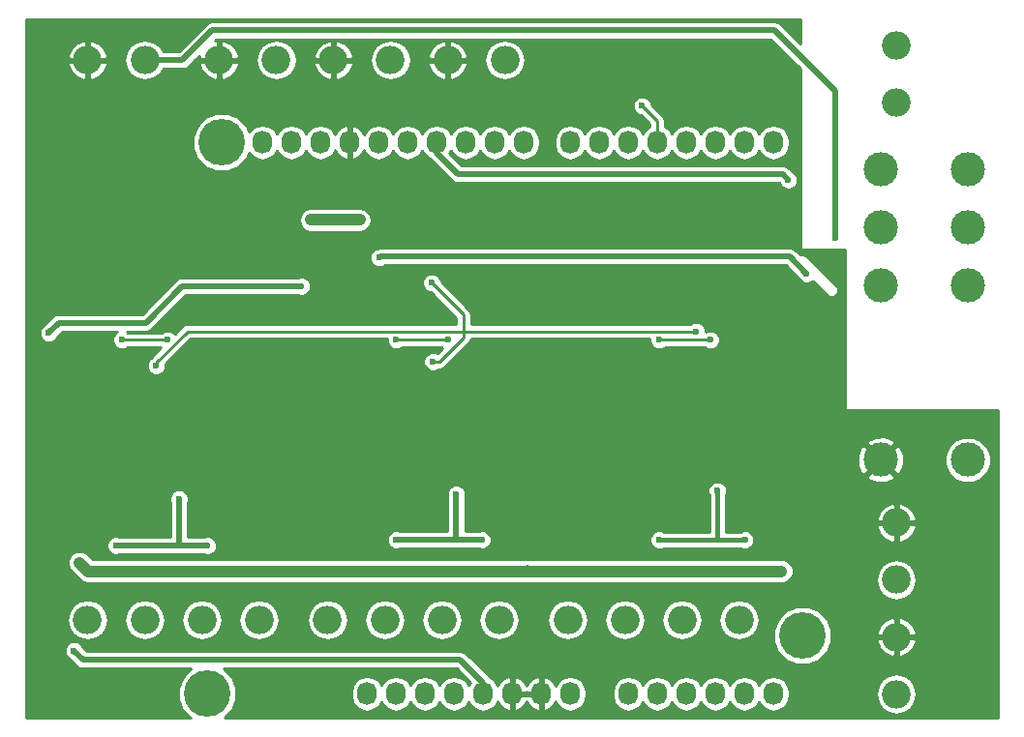
<source format=gbl>
G04 #@! TF.FileFunction,Copper,L2,Bot,Signal*
%FSLAX46Y46*%
G04 Gerber Fmt 4.6, Leading zero omitted, Abs format (unit mm)*
G04 Created by KiCad (PCBNEW 4.0.2-stable) date 2017/04/12 1:03:06 PM*
%MOMM*%
G01*
G04 APERTURE LIST*
%ADD10C,0.100000*%
%ADD11C,0.600000*%
%ADD12C,4.064000*%
%ADD13O,1.727200X2.032000*%
%ADD14O,2.500000X2.500000*%
%ADD15C,2.999740*%
%ADD16C,1.000000*%
%ADD17C,0.500000*%
%ADD18C,1.000000*%
%ADD19C,0.400000*%
%ADD20C,0.250000*%
%ADD21C,0.254000*%
G04 APERTURE END LIST*
D10*
D11*
X113198000Y-97765000D03*
X112198000Y-97765000D03*
X113198000Y-96765000D03*
X112198000Y-96765000D03*
X110998000Y-113865000D03*
X109998000Y-113865000D03*
X110998000Y-112865000D03*
X109998000Y-112865000D03*
X114398000Y-77765000D03*
X113398000Y-77765000D03*
X114398000Y-76765000D03*
X113398000Y-76765000D03*
X159498000Y-88965000D03*
X158498000Y-88965000D03*
X159498000Y-87965000D03*
X158498000Y-87965000D03*
X111298000Y-67265000D03*
X110298000Y-67265000D03*
X111298000Y-66265000D03*
X110298000Y-66265000D03*
X171098000Y-89065000D03*
X170098000Y-89065000D03*
X171098000Y-88065000D03*
X170098000Y-88065000D03*
X168098000Y-81765000D03*
X167098000Y-81765000D03*
X168098000Y-80765000D03*
X167098000Y-80765000D03*
X167198000Y-68965000D03*
X166198000Y-68965000D03*
X167198000Y-67965000D03*
X166198000Y-67965000D03*
X153798000Y-115965000D03*
X152798000Y-115965000D03*
X153798000Y-114965000D03*
X152798000Y-114965000D03*
X132598000Y-115765000D03*
X131598000Y-115765000D03*
X132598000Y-114765000D03*
X131598000Y-114765000D03*
X132798000Y-124465000D03*
X131798000Y-124465000D03*
X130798000Y-124465000D03*
X132798000Y-123465000D03*
X131798000Y-123465000D03*
X130798000Y-123465000D03*
X132798000Y-122465000D03*
X131798000Y-122465000D03*
X130798000Y-122465000D03*
X183098000Y-115965000D03*
X182098000Y-115965000D03*
X181098000Y-115965000D03*
X180098000Y-115965000D03*
X183098000Y-114965000D03*
X182098000Y-114965000D03*
X181098000Y-114965000D03*
X180098000Y-114965000D03*
X183098000Y-113965000D03*
X182098000Y-113965000D03*
X181098000Y-113965000D03*
X180098000Y-113965000D03*
X183098000Y-112965000D03*
X182098000Y-112965000D03*
X181098000Y-112965000D03*
X180098000Y-112965000D03*
X158098000Y-95665000D03*
X157098000Y-95665000D03*
X156098000Y-95665000D03*
X158098000Y-94665000D03*
X157098000Y-94665000D03*
X156098000Y-94665000D03*
X158098000Y-93665000D03*
X157098000Y-93665000D03*
X156098000Y-93665000D03*
X134798000Y-95765000D03*
X133798000Y-95765000D03*
X132798000Y-95765000D03*
X134798000Y-94765000D03*
X133798000Y-94765000D03*
X132798000Y-94765000D03*
X134798000Y-93765000D03*
X133798000Y-93765000D03*
X132798000Y-93765000D03*
X129898000Y-96465000D03*
X128698000Y-96465000D03*
X122198000Y-77165000D03*
X121198000Y-77165000D03*
X122198000Y-76165000D03*
X121198000Y-76165000D03*
X131798000Y-87065000D03*
X130798000Y-87065000D03*
X131798000Y-86065000D03*
X130798000Y-86065000D03*
X143598000Y-87365000D03*
D12*
X126238000Y-75565000D03*
D13*
X156718000Y-75565000D03*
X159258000Y-75565000D03*
X161798000Y-75565000D03*
X164338000Y-75565000D03*
X166878000Y-75565000D03*
X169418000Y-75565000D03*
X171958000Y-75565000D03*
X174498000Y-75565000D03*
D12*
X177038000Y-118745000D03*
D14*
X119498000Y-68365000D03*
X114498000Y-68365000D03*
X185248000Y-72115000D03*
X185248000Y-67115000D03*
D15*
X183878000Y-103365000D03*
X191498000Y-103365000D03*
X191498000Y-88125000D03*
X191498000Y-83045000D03*
X191498000Y-77965000D03*
X183878000Y-88125000D03*
X183878000Y-83045000D03*
X183878000Y-77965000D03*
D14*
X161498000Y-117365000D03*
X166498000Y-117365000D03*
X171498000Y-117365000D03*
X156498000Y-117365000D03*
X185248000Y-113865000D03*
X185248000Y-118865000D03*
X185248000Y-123865000D03*
X185248000Y-108865000D03*
X119498000Y-117365000D03*
X124498000Y-117365000D03*
X129498000Y-117365000D03*
X114498000Y-117365000D03*
X140998000Y-68365000D03*
X145998000Y-68365000D03*
X150998000Y-68365000D03*
X135998000Y-68365000D03*
X140498000Y-117365000D03*
X145498000Y-117365000D03*
X150498000Y-117365000D03*
X135498000Y-117365000D03*
D13*
X138938000Y-123825000D03*
X141478000Y-123825000D03*
X144018000Y-123825000D03*
X146558000Y-123825000D03*
X149098000Y-123825000D03*
X151638000Y-123825000D03*
X154178000Y-123825000D03*
X156718000Y-123825000D03*
X161798000Y-123825000D03*
X164338000Y-123825000D03*
X166878000Y-123825000D03*
X169418000Y-123825000D03*
X171958000Y-123825000D03*
X174498000Y-123825000D03*
X129794000Y-75565000D03*
X132334000Y-75565000D03*
X134874000Y-75565000D03*
X137414000Y-75565000D03*
X139954000Y-75565000D03*
X142494000Y-75565000D03*
X145034000Y-75565000D03*
X147574000Y-75565000D03*
X150114000Y-75565000D03*
X152654000Y-75565000D03*
D12*
X124968000Y-123825000D03*
D14*
X125998000Y-68365000D03*
X130998000Y-68365000D03*
D11*
X154598000Y-90165000D03*
X113298000Y-120065000D03*
X111098000Y-92265000D03*
X133198000Y-88165000D03*
X115498000Y-97965000D03*
X139698000Y-97965000D03*
X162698000Y-98165000D03*
X177698000Y-121965000D03*
X122498000Y-103465000D03*
X169798000Y-103465000D03*
X146498000Y-103265000D03*
X177398000Y-87065000D03*
X139998000Y-85665000D03*
X138298000Y-82365000D03*
X133998000Y-82365000D03*
X169598000Y-106065000D03*
X179898000Y-83965000D03*
D16*
X113798000Y-112365000D03*
D11*
X122498000Y-106765000D03*
D16*
X128998000Y-113115000D03*
X152998000Y-113065000D03*
X175198000Y-113115000D03*
D11*
X146748000Y-106365000D03*
X171998000Y-110365000D03*
X164498000Y-110365000D03*
X141498000Y-110365000D03*
X148998000Y-110365000D03*
X124998000Y-110865000D03*
X116998000Y-110865000D03*
X175798000Y-78865000D03*
X144598000Y-87865000D03*
X144698000Y-94765000D03*
X120498000Y-95115000D03*
X167748000Y-92115000D03*
X162998000Y-72365000D03*
X121498000Y-92865000D03*
X117498000Y-92865000D03*
X145998000Y-92865000D03*
X141498000Y-92865000D03*
X168998000Y-92865000D03*
X164498000Y-92865000D03*
D17*
X147098000Y-120865000D02*
X149098000Y-122865000D01*
X114098000Y-120865000D02*
X147098000Y-120865000D01*
X113298000Y-120065000D02*
X114098000Y-120865000D01*
X111998000Y-91365000D02*
X111098000Y-92265000D01*
X119598000Y-91365000D02*
X111998000Y-91365000D01*
X122798000Y-88165000D02*
X119598000Y-91365000D01*
X133198000Y-88165000D02*
X122798000Y-88165000D01*
X149098000Y-122865000D02*
X149098000Y-123825000D01*
X175898000Y-85565000D02*
X177398000Y-87065000D01*
X140098000Y-85565000D02*
X175898000Y-85565000D01*
X139998000Y-85665000D02*
X140098000Y-85565000D01*
D18*
X133998000Y-82365000D02*
X138298000Y-82365000D01*
D19*
X169598000Y-106065000D02*
X169598000Y-110365000D01*
D17*
X119498000Y-68365000D02*
X122798000Y-68365000D01*
X179898000Y-71065000D02*
X179898000Y-83965000D01*
X174598000Y-65765000D02*
X179898000Y-71065000D01*
X125398000Y-65765000D02*
X174598000Y-65765000D01*
X122798000Y-68365000D02*
X125398000Y-65765000D01*
D18*
X128998000Y-113115000D02*
X114548000Y-113115000D01*
X114548000Y-113115000D02*
X113798000Y-112365000D01*
D17*
X122498000Y-110865000D02*
X122498000Y-106765000D01*
D19*
X152998000Y-113065000D02*
X152998000Y-113115000D01*
D17*
X146748000Y-110365000D02*
X146748000Y-106365000D01*
D18*
X152998000Y-113115000D02*
X175198000Y-113115000D01*
X128998000Y-113115000D02*
X152998000Y-113115000D01*
D19*
X164498000Y-110365000D02*
X169598000Y-110365000D01*
X169598000Y-110365000D02*
X171998000Y-110365000D01*
D17*
X141498000Y-110365000D02*
X146748000Y-110365000D01*
X146748000Y-110365000D02*
X148998000Y-110365000D01*
X116998000Y-110865000D02*
X122498000Y-110865000D01*
X122498000Y-110865000D02*
X124998000Y-110865000D01*
X175798000Y-78865000D02*
X175298000Y-78365000D01*
X175298000Y-78365000D02*
X146898000Y-78365000D01*
X146898000Y-78365000D02*
X145034000Y-76501000D01*
X145034000Y-76501000D02*
X145034000Y-75565000D01*
D20*
X147398000Y-92165000D02*
X147398000Y-90665000D01*
X147398000Y-90665000D02*
X144598000Y-87865000D01*
X147398000Y-92115000D02*
X147398000Y-92165000D01*
X147398000Y-92165000D02*
X147398000Y-92665000D01*
X145298000Y-94765000D02*
X144698000Y-94765000D01*
X147398000Y-92665000D02*
X145298000Y-94765000D01*
X120498000Y-94865000D02*
X120498000Y-95115000D01*
X123248000Y-92115000D02*
X120498000Y-94865000D01*
X167748000Y-92115000D02*
X147398000Y-92115000D01*
X147398000Y-92115000D02*
X147298000Y-92115000D01*
X147298000Y-92115000D02*
X146998000Y-92115000D01*
X146998000Y-92115000D02*
X146798000Y-92115000D01*
X146798000Y-92115000D02*
X123248000Y-92115000D01*
X162998000Y-72365000D02*
X164338000Y-73705000D01*
X164338000Y-73705000D02*
X164338000Y-75565000D01*
X117498000Y-92865000D02*
X121498000Y-92865000D01*
X141498000Y-92865000D02*
X145998000Y-92865000D01*
X164498000Y-92865000D02*
X168998000Y-92865000D01*
D21*
G36*
X176871000Y-66939156D02*
X175147422Y-65215578D01*
X174895345Y-65047146D01*
X174598000Y-64988000D01*
X125398000Y-64988000D01*
X125100655Y-65047146D01*
X124848578Y-65215578D01*
X122476156Y-67588000D01*
X121109752Y-67588000D01*
X120789342Y-67108471D01*
X120212841Y-66723266D01*
X119532813Y-66588000D01*
X119463187Y-66588000D01*
X118783159Y-66723266D01*
X118206658Y-67108471D01*
X117821453Y-67684972D01*
X117686187Y-68365000D01*
X117821453Y-69045028D01*
X118206658Y-69621529D01*
X118783159Y-70006734D01*
X119463187Y-70142000D01*
X119532813Y-70142000D01*
X120212841Y-70006734D01*
X120789342Y-69621529D01*
X121109752Y-69142000D01*
X122798000Y-69142000D01*
X123095345Y-69082854D01*
X123347422Y-68914422D01*
X123494134Y-68767710D01*
X124267233Y-68767710D01*
X124489398Y-69304083D01*
X124963605Y-69809917D01*
X125595289Y-70095775D01*
X125871000Y-70005714D01*
X125871000Y-68492000D01*
X126125000Y-68492000D01*
X126125000Y-70005714D01*
X126400711Y-70095775D01*
X127032395Y-69809917D01*
X127506602Y-69304083D01*
X127728767Y-68767710D01*
X127638341Y-68492000D01*
X126125000Y-68492000D01*
X125871000Y-68492000D01*
X124357659Y-68492000D01*
X124267233Y-68767710D01*
X123494134Y-68767710D01*
X123896844Y-68365000D01*
X129186187Y-68365000D01*
X129321453Y-69045028D01*
X129706658Y-69621529D01*
X130283159Y-70006734D01*
X130963187Y-70142000D01*
X131032813Y-70142000D01*
X131712841Y-70006734D01*
X132289342Y-69621529D01*
X132674547Y-69045028D01*
X132729708Y-68767710D01*
X134267233Y-68767710D01*
X134489398Y-69304083D01*
X134963605Y-69809917D01*
X135595289Y-70095775D01*
X135871000Y-70005714D01*
X135871000Y-68492000D01*
X136125000Y-68492000D01*
X136125000Y-70005714D01*
X136400711Y-70095775D01*
X137032395Y-69809917D01*
X137506602Y-69304083D01*
X137728767Y-68767710D01*
X137638341Y-68492000D01*
X136125000Y-68492000D01*
X135871000Y-68492000D01*
X134357659Y-68492000D01*
X134267233Y-68767710D01*
X132729708Y-68767710D01*
X132809813Y-68365000D01*
X139186187Y-68365000D01*
X139321453Y-69045028D01*
X139706658Y-69621529D01*
X140283159Y-70006734D01*
X140963187Y-70142000D01*
X141032813Y-70142000D01*
X141712841Y-70006734D01*
X142289342Y-69621529D01*
X142674547Y-69045028D01*
X142729708Y-68767710D01*
X144267233Y-68767710D01*
X144489398Y-69304083D01*
X144963605Y-69809917D01*
X145595289Y-70095775D01*
X145871000Y-70005714D01*
X145871000Y-68492000D01*
X146125000Y-68492000D01*
X146125000Y-70005714D01*
X146400711Y-70095775D01*
X147032395Y-69809917D01*
X147506602Y-69304083D01*
X147728767Y-68767710D01*
X147638341Y-68492000D01*
X146125000Y-68492000D01*
X145871000Y-68492000D01*
X144357659Y-68492000D01*
X144267233Y-68767710D01*
X142729708Y-68767710D01*
X142809813Y-68365000D01*
X149186187Y-68365000D01*
X149321453Y-69045028D01*
X149706658Y-69621529D01*
X150283159Y-70006734D01*
X150963187Y-70142000D01*
X151032813Y-70142000D01*
X151712841Y-70006734D01*
X152289342Y-69621529D01*
X152674547Y-69045028D01*
X152809813Y-68365000D01*
X152674547Y-67684972D01*
X152289342Y-67108471D01*
X151712841Y-66723266D01*
X151032813Y-66588000D01*
X150963187Y-66588000D01*
X150283159Y-66723266D01*
X149706658Y-67108471D01*
X149321453Y-67684972D01*
X149186187Y-68365000D01*
X142809813Y-68365000D01*
X142729709Y-67962290D01*
X144267233Y-67962290D01*
X144357659Y-68238000D01*
X145871000Y-68238000D01*
X145871000Y-66724286D01*
X146125000Y-66724286D01*
X146125000Y-68238000D01*
X147638341Y-68238000D01*
X147728767Y-67962290D01*
X147506602Y-67425917D01*
X147032395Y-66920083D01*
X146400711Y-66634225D01*
X146125000Y-66724286D01*
X145871000Y-66724286D01*
X145595289Y-66634225D01*
X144963605Y-66920083D01*
X144489398Y-67425917D01*
X144267233Y-67962290D01*
X142729709Y-67962290D01*
X142674547Y-67684972D01*
X142289342Y-67108471D01*
X141712841Y-66723266D01*
X141032813Y-66588000D01*
X140963187Y-66588000D01*
X140283159Y-66723266D01*
X139706658Y-67108471D01*
X139321453Y-67684972D01*
X139186187Y-68365000D01*
X132809813Y-68365000D01*
X132729709Y-67962290D01*
X134267233Y-67962290D01*
X134357659Y-68238000D01*
X135871000Y-68238000D01*
X135871000Y-66724286D01*
X136125000Y-66724286D01*
X136125000Y-68238000D01*
X137638341Y-68238000D01*
X137728767Y-67962290D01*
X137506602Y-67425917D01*
X137032395Y-66920083D01*
X136400711Y-66634225D01*
X136125000Y-66724286D01*
X135871000Y-66724286D01*
X135595289Y-66634225D01*
X134963605Y-66920083D01*
X134489398Y-67425917D01*
X134267233Y-67962290D01*
X132729709Y-67962290D01*
X132674547Y-67684972D01*
X132289342Y-67108471D01*
X131712841Y-66723266D01*
X131032813Y-66588000D01*
X130963187Y-66588000D01*
X130283159Y-66723266D01*
X129706658Y-67108471D01*
X129321453Y-67684972D01*
X129186187Y-68365000D01*
X123896844Y-68365000D01*
X124275215Y-67986629D01*
X124357659Y-68238000D01*
X125871000Y-68238000D01*
X125871000Y-66724286D01*
X126125000Y-66724286D01*
X126125000Y-68238000D01*
X127638341Y-68238000D01*
X127728767Y-67962290D01*
X127506602Y-67425917D01*
X127032395Y-66920083D01*
X126400711Y-66634225D01*
X126125000Y-66724286D01*
X125871000Y-66724286D01*
X125619659Y-66642185D01*
X125719844Y-66542000D01*
X174276156Y-66542000D01*
X176871000Y-69136844D01*
X176871000Y-84865000D01*
X176881006Y-84914410D01*
X176909447Y-84956035D01*
X176951841Y-84983315D01*
X176998000Y-84992000D01*
X180771000Y-84992000D01*
X180771000Y-98865000D01*
X180781006Y-98914410D01*
X180809447Y-98956035D01*
X180851841Y-98983315D01*
X180898000Y-98992000D01*
X194171000Y-98992000D01*
X194171000Y-125963000D01*
X126448400Y-125963000D01*
X127136150Y-125276450D01*
X127526555Y-124336250D01*
X127527443Y-123318217D01*
X127138680Y-122377337D01*
X126419450Y-121656850D01*
X126383687Y-121642000D01*
X146776156Y-121642000D01*
X147985933Y-122851777D01*
X147828000Y-123088141D01*
X147541303Y-122659068D01*
X147090160Y-122357624D01*
X146558000Y-122251771D01*
X146025840Y-122357624D01*
X145574697Y-122659068D01*
X145288000Y-123088141D01*
X145001303Y-122659068D01*
X144550160Y-122357624D01*
X144018000Y-122251771D01*
X143485840Y-122357624D01*
X143034697Y-122659068D01*
X142748000Y-123088141D01*
X142461303Y-122659068D01*
X142010160Y-122357624D01*
X141478000Y-122251771D01*
X140945840Y-122357624D01*
X140494697Y-122659068D01*
X140208000Y-123088141D01*
X139921303Y-122659068D01*
X139470160Y-122357624D01*
X138938000Y-122251771D01*
X138405840Y-122357624D01*
X137954697Y-122659068D01*
X137653253Y-123110211D01*
X137547400Y-123642371D01*
X137547400Y-124007629D01*
X137653253Y-124539789D01*
X137954697Y-124990932D01*
X138405840Y-125292376D01*
X138938000Y-125398229D01*
X139470160Y-125292376D01*
X139921303Y-124990932D01*
X140208000Y-124561859D01*
X140494697Y-124990932D01*
X140945840Y-125292376D01*
X141478000Y-125398229D01*
X142010160Y-125292376D01*
X142461303Y-124990932D01*
X142748000Y-124561859D01*
X143034697Y-124990932D01*
X143485840Y-125292376D01*
X144018000Y-125398229D01*
X144550160Y-125292376D01*
X145001303Y-124990932D01*
X145288000Y-124561859D01*
X145574697Y-124990932D01*
X146025840Y-125292376D01*
X146558000Y-125398229D01*
X147090160Y-125292376D01*
X147541303Y-124990932D01*
X147828000Y-124561859D01*
X148114697Y-124990932D01*
X148565840Y-125292376D01*
X149098000Y-125398229D01*
X149630160Y-125292376D01*
X150081303Y-124990932D01*
X150382747Y-124539789D01*
X150384729Y-124529826D01*
X150438060Y-124682934D01*
X150799396Y-125088426D01*
X151288402Y-125324774D01*
X151295935Y-125325273D01*
X151511000Y-125229827D01*
X151511000Y-123952000D01*
X151765000Y-123952000D01*
X151765000Y-125229827D01*
X151980065Y-125325273D01*
X151987598Y-125324774D01*
X152476604Y-125088426D01*
X152837940Y-124682934D01*
X152908000Y-124481799D01*
X152978060Y-124682934D01*
X153339396Y-125088426D01*
X153828402Y-125324774D01*
X153835935Y-125325273D01*
X154051000Y-125229827D01*
X154051000Y-123952000D01*
X152917993Y-123952000D01*
X152908000Y-123970373D01*
X152898007Y-123952000D01*
X151765000Y-123952000D01*
X151511000Y-123952000D01*
X151491000Y-123952000D01*
X151491000Y-123698000D01*
X151511000Y-123698000D01*
X151511000Y-122420173D01*
X151765000Y-122420173D01*
X151765000Y-123698000D01*
X152898007Y-123698000D01*
X152908000Y-123679627D01*
X152917993Y-123698000D01*
X154051000Y-123698000D01*
X154051000Y-122420173D01*
X154305000Y-122420173D01*
X154305000Y-123698000D01*
X154325000Y-123698000D01*
X154325000Y-123952000D01*
X154305000Y-123952000D01*
X154305000Y-125229827D01*
X154520065Y-125325273D01*
X154527598Y-125324774D01*
X155016604Y-125088426D01*
X155377940Y-124682934D01*
X155431271Y-124529826D01*
X155433253Y-124539789D01*
X155734697Y-124990932D01*
X156185840Y-125292376D01*
X156718000Y-125398229D01*
X157250160Y-125292376D01*
X157701303Y-124990932D01*
X158002747Y-124539789D01*
X158108600Y-124007629D01*
X158108600Y-123642371D01*
X160407400Y-123642371D01*
X160407400Y-124007629D01*
X160513253Y-124539789D01*
X160814697Y-124990932D01*
X161265840Y-125292376D01*
X161798000Y-125398229D01*
X162330160Y-125292376D01*
X162781303Y-124990932D01*
X163068000Y-124561859D01*
X163354697Y-124990932D01*
X163805840Y-125292376D01*
X164338000Y-125398229D01*
X164870160Y-125292376D01*
X165321303Y-124990932D01*
X165608000Y-124561859D01*
X165894697Y-124990932D01*
X166345840Y-125292376D01*
X166878000Y-125398229D01*
X167410160Y-125292376D01*
X167861303Y-124990932D01*
X168148000Y-124561859D01*
X168434697Y-124990932D01*
X168885840Y-125292376D01*
X169418000Y-125398229D01*
X169950160Y-125292376D01*
X170401303Y-124990932D01*
X170688000Y-124561859D01*
X170974697Y-124990932D01*
X171425840Y-125292376D01*
X171958000Y-125398229D01*
X172490160Y-125292376D01*
X172941303Y-124990932D01*
X173228000Y-124561859D01*
X173514697Y-124990932D01*
X173965840Y-125292376D01*
X174498000Y-125398229D01*
X175030160Y-125292376D01*
X175481303Y-124990932D01*
X175782747Y-124539789D01*
X175888600Y-124007629D01*
X175888600Y-123830187D01*
X183471000Y-123830187D01*
X183471000Y-123899813D01*
X183606266Y-124579841D01*
X183991471Y-125156342D01*
X184567972Y-125541547D01*
X185248000Y-125676813D01*
X185928028Y-125541547D01*
X186504529Y-125156342D01*
X186889734Y-124579841D01*
X187025000Y-123899813D01*
X187025000Y-123830187D01*
X186889734Y-123150159D01*
X186504529Y-122573658D01*
X185928028Y-122188453D01*
X185248000Y-122053187D01*
X184567972Y-122188453D01*
X183991471Y-122573658D01*
X183606266Y-123150159D01*
X183471000Y-123830187D01*
X175888600Y-123830187D01*
X175888600Y-123642371D01*
X175782747Y-123110211D01*
X175481303Y-122659068D01*
X175030160Y-122357624D01*
X174498000Y-122251771D01*
X173965840Y-122357624D01*
X173514697Y-122659068D01*
X173228000Y-123088141D01*
X172941303Y-122659068D01*
X172490160Y-122357624D01*
X171958000Y-122251771D01*
X171425840Y-122357624D01*
X170974697Y-122659068D01*
X170688000Y-123088141D01*
X170401303Y-122659068D01*
X169950160Y-122357624D01*
X169418000Y-122251771D01*
X168885840Y-122357624D01*
X168434697Y-122659068D01*
X168148000Y-123088141D01*
X167861303Y-122659068D01*
X167410160Y-122357624D01*
X166878000Y-122251771D01*
X166345840Y-122357624D01*
X165894697Y-122659068D01*
X165608000Y-123088141D01*
X165321303Y-122659068D01*
X164870160Y-122357624D01*
X164338000Y-122251771D01*
X163805840Y-122357624D01*
X163354697Y-122659068D01*
X163068000Y-123088141D01*
X162781303Y-122659068D01*
X162330160Y-122357624D01*
X161798000Y-122251771D01*
X161265840Y-122357624D01*
X160814697Y-122659068D01*
X160513253Y-123110211D01*
X160407400Y-123642371D01*
X158108600Y-123642371D01*
X158002747Y-123110211D01*
X157701303Y-122659068D01*
X157250160Y-122357624D01*
X156718000Y-122251771D01*
X156185840Y-122357624D01*
X155734697Y-122659068D01*
X155433253Y-123110211D01*
X155431271Y-123120174D01*
X155377940Y-122967066D01*
X155016604Y-122561574D01*
X154527598Y-122325226D01*
X154520065Y-122324727D01*
X154305000Y-122420173D01*
X154051000Y-122420173D01*
X153835935Y-122324727D01*
X153828402Y-122325226D01*
X153339396Y-122561574D01*
X152978060Y-122967066D01*
X152908000Y-123168201D01*
X152837940Y-122967066D01*
X152476604Y-122561574D01*
X151987598Y-122325226D01*
X151980065Y-122324727D01*
X151765000Y-122420173D01*
X151511000Y-122420173D01*
X151295935Y-122324727D01*
X151288402Y-122325226D01*
X150799396Y-122561574D01*
X150438060Y-122967066D01*
X150384729Y-123120174D01*
X150382747Y-123110211D01*
X150081303Y-122659068D01*
X149712099Y-122412374D01*
X149647422Y-122315578D01*
X147647422Y-120315578D01*
X147395345Y-120147146D01*
X147098000Y-120088000D01*
X114419844Y-120088000D01*
X114049151Y-119717307D01*
X113999505Y-119597154D01*
X113767070Y-119364312D01*
X113496069Y-119251783D01*
X174478557Y-119251783D01*
X174867320Y-120192663D01*
X175586550Y-120913150D01*
X176526750Y-121303555D01*
X177544783Y-121304443D01*
X178485663Y-120915680D01*
X179206150Y-120196450D01*
X179591795Y-119267711D01*
X183517225Y-119267711D01*
X183803083Y-119899395D01*
X184308917Y-120373602D01*
X184845290Y-120595767D01*
X185121000Y-120505341D01*
X185121000Y-118992000D01*
X185375000Y-118992000D01*
X185375000Y-120505341D01*
X185650710Y-120595767D01*
X186187083Y-120373602D01*
X186692917Y-119899395D01*
X186978775Y-119267711D01*
X186888714Y-118992000D01*
X185375000Y-118992000D01*
X185121000Y-118992000D01*
X183607286Y-118992000D01*
X183517225Y-119267711D01*
X179591795Y-119267711D01*
X179596555Y-119256250D01*
X179597247Y-118462289D01*
X183517225Y-118462289D01*
X183607286Y-118738000D01*
X185121000Y-118738000D01*
X185121000Y-117224659D01*
X185375000Y-117224659D01*
X185375000Y-118738000D01*
X186888714Y-118738000D01*
X186978775Y-118462289D01*
X186692917Y-117830605D01*
X186187083Y-117356398D01*
X185650710Y-117134233D01*
X185375000Y-117224659D01*
X185121000Y-117224659D01*
X184845290Y-117134233D01*
X184308917Y-117356398D01*
X183803083Y-117830605D01*
X183517225Y-118462289D01*
X179597247Y-118462289D01*
X179597443Y-118238217D01*
X179208680Y-117297337D01*
X178489450Y-116576850D01*
X177549250Y-116186445D01*
X176531217Y-116185557D01*
X175590337Y-116574320D01*
X174869850Y-117293550D01*
X174479445Y-118233750D01*
X174478557Y-119251783D01*
X113496069Y-119251783D01*
X113463222Y-119238144D01*
X113134221Y-119237857D01*
X112830154Y-119363495D01*
X112597312Y-119595930D01*
X112471144Y-119899778D01*
X112470857Y-120228779D01*
X112596495Y-120532846D01*
X112828930Y-120765688D01*
X112950199Y-120816043D01*
X113548578Y-121414422D01*
X113800655Y-121582854D01*
X114098000Y-121642000D01*
X123550154Y-121642000D01*
X123520337Y-121654320D01*
X122799850Y-122373550D01*
X122409445Y-123313750D01*
X122408557Y-124331783D01*
X122797320Y-125272663D01*
X123486453Y-125963000D01*
X109100000Y-125963000D01*
X109100000Y-117365000D01*
X112686187Y-117365000D01*
X112821453Y-118045028D01*
X113206658Y-118621529D01*
X113783159Y-119006734D01*
X114463187Y-119142000D01*
X114532813Y-119142000D01*
X115212841Y-119006734D01*
X115789342Y-118621529D01*
X116174547Y-118045028D01*
X116309813Y-117365000D01*
X117686187Y-117365000D01*
X117821453Y-118045028D01*
X118206658Y-118621529D01*
X118783159Y-119006734D01*
X119463187Y-119142000D01*
X119532813Y-119142000D01*
X120212841Y-119006734D01*
X120789342Y-118621529D01*
X121174547Y-118045028D01*
X121309813Y-117365000D01*
X122686187Y-117365000D01*
X122821453Y-118045028D01*
X123206658Y-118621529D01*
X123783159Y-119006734D01*
X124463187Y-119142000D01*
X124532813Y-119142000D01*
X125212841Y-119006734D01*
X125789342Y-118621529D01*
X126174547Y-118045028D01*
X126309813Y-117365000D01*
X127686187Y-117365000D01*
X127821453Y-118045028D01*
X128206658Y-118621529D01*
X128783159Y-119006734D01*
X129463187Y-119142000D01*
X129532813Y-119142000D01*
X130212841Y-119006734D01*
X130789342Y-118621529D01*
X131174547Y-118045028D01*
X131309813Y-117365000D01*
X133686187Y-117365000D01*
X133821453Y-118045028D01*
X134206658Y-118621529D01*
X134783159Y-119006734D01*
X135463187Y-119142000D01*
X135532813Y-119142000D01*
X136212841Y-119006734D01*
X136789342Y-118621529D01*
X137174547Y-118045028D01*
X137309813Y-117365000D01*
X138686187Y-117365000D01*
X138821453Y-118045028D01*
X139206658Y-118621529D01*
X139783159Y-119006734D01*
X140463187Y-119142000D01*
X140532813Y-119142000D01*
X141212841Y-119006734D01*
X141789342Y-118621529D01*
X142174547Y-118045028D01*
X142309813Y-117365000D01*
X143686187Y-117365000D01*
X143821453Y-118045028D01*
X144206658Y-118621529D01*
X144783159Y-119006734D01*
X145463187Y-119142000D01*
X145532813Y-119142000D01*
X146212841Y-119006734D01*
X146789342Y-118621529D01*
X147174547Y-118045028D01*
X147309813Y-117365000D01*
X148686187Y-117365000D01*
X148821453Y-118045028D01*
X149206658Y-118621529D01*
X149783159Y-119006734D01*
X150463187Y-119142000D01*
X150532813Y-119142000D01*
X151212841Y-119006734D01*
X151789342Y-118621529D01*
X152174547Y-118045028D01*
X152309813Y-117365000D01*
X154686187Y-117365000D01*
X154821453Y-118045028D01*
X155206658Y-118621529D01*
X155783159Y-119006734D01*
X156463187Y-119142000D01*
X156532813Y-119142000D01*
X157212841Y-119006734D01*
X157789342Y-118621529D01*
X158174547Y-118045028D01*
X158309813Y-117365000D01*
X159686187Y-117365000D01*
X159821453Y-118045028D01*
X160206658Y-118621529D01*
X160783159Y-119006734D01*
X161463187Y-119142000D01*
X161532813Y-119142000D01*
X162212841Y-119006734D01*
X162789342Y-118621529D01*
X163174547Y-118045028D01*
X163309813Y-117365000D01*
X164686187Y-117365000D01*
X164821453Y-118045028D01*
X165206658Y-118621529D01*
X165783159Y-119006734D01*
X166463187Y-119142000D01*
X166532813Y-119142000D01*
X167212841Y-119006734D01*
X167789342Y-118621529D01*
X168174547Y-118045028D01*
X168309813Y-117365000D01*
X169686187Y-117365000D01*
X169821453Y-118045028D01*
X170206658Y-118621529D01*
X170783159Y-119006734D01*
X171463187Y-119142000D01*
X171532813Y-119142000D01*
X172212841Y-119006734D01*
X172789342Y-118621529D01*
X173174547Y-118045028D01*
X173309813Y-117365000D01*
X173174547Y-116684972D01*
X172789342Y-116108471D01*
X172212841Y-115723266D01*
X171532813Y-115588000D01*
X171463187Y-115588000D01*
X170783159Y-115723266D01*
X170206658Y-116108471D01*
X169821453Y-116684972D01*
X169686187Y-117365000D01*
X168309813Y-117365000D01*
X168174547Y-116684972D01*
X167789342Y-116108471D01*
X167212841Y-115723266D01*
X166532813Y-115588000D01*
X166463187Y-115588000D01*
X165783159Y-115723266D01*
X165206658Y-116108471D01*
X164821453Y-116684972D01*
X164686187Y-117365000D01*
X163309813Y-117365000D01*
X163174547Y-116684972D01*
X162789342Y-116108471D01*
X162212841Y-115723266D01*
X161532813Y-115588000D01*
X161463187Y-115588000D01*
X160783159Y-115723266D01*
X160206658Y-116108471D01*
X159821453Y-116684972D01*
X159686187Y-117365000D01*
X158309813Y-117365000D01*
X158174547Y-116684972D01*
X157789342Y-116108471D01*
X157212841Y-115723266D01*
X156532813Y-115588000D01*
X156463187Y-115588000D01*
X155783159Y-115723266D01*
X155206658Y-116108471D01*
X154821453Y-116684972D01*
X154686187Y-117365000D01*
X152309813Y-117365000D01*
X152174547Y-116684972D01*
X151789342Y-116108471D01*
X151212841Y-115723266D01*
X150532813Y-115588000D01*
X150463187Y-115588000D01*
X149783159Y-115723266D01*
X149206658Y-116108471D01*
X148821453Y-116684972D01*
X148686187Y-117365000D01*
X147309813Y-117365000D01*
X147174547Y-116684972D01*
X146789342Y-116108471D01*
X146212841Y-115723266D01*
X145532813Y-115588000D01*
X145463187Y-115588000D01*
X144783159Y-115723266D01*
X144206658Y-116108471D01*
X143821453Y-116684972D01*
X143686187Y-117365000D01*
X142309813Y-117365000D01*
X142174547Y-116684972D01*
X141789342Y-116108471D01*
X141212841Y-115723266D01*
X140532813Y-115588000D01*
X140463187Y-115588000D01*
X139783159Y-115723266D01*
X139206658Y-116108471D01*
X138821453Y-116684972D01*
X138686187Y-117365000D01*
X137309813Y-117365000D01*
X137174547Y-116684972D01*
X136789342Y-116108471D01*
X136212841Y-115723266D01*
X135532813Y-115588000D01*
X135463187Y-115588000D01*
X134783159Y-115723266D01*
X134206658Y-116108471D01*
X133821453Y-116684972D01*
X133686187Y-117365000D01*
X131309813Y-117365000D01*
X131174547Y-116684972D01*
X130789342Y-116108471D01*
X130212841Y-115723266D01*
X129532813Y-115588000D01*
X129463187Y-115588000D01*
X128783159Y-115723266D01*
X128206658Y-116108471D01*
X127821453Y-116684972D01*
X127686187Y-117365000D01*
X126309813Y-117365000D01*
X126174547Y-116684972D01*
X125789342Y-116108471D01*
X125212841Y-115723266D01*
X124532813Y-115588000D01*
X124463187Y-115588000D01*
X123783159Y-115723266D01*
X123206658Y-116108471D01*
X122821453Y-116684972D01*
X122686187Y-117365000D01*
X121309813Y-117365000D01*
X121174547Y-116684972D01*
X120789342Y-116108471D01*
X120212841Y-115723266D01*
X119532813Y-115588000D01*
X119463187Y-115588000D01*
X118783159Y-115723266D01*
X118206658Y-116108471D01*
X117821453Y-116684972D01*
X117686187Y-117365000D01*
X116309813Y-117365000D01*
X116174547Y-116684972D01*
X115789342Y-116108471D01*
X115212841Y-115723266D01*
X114532813Y-115588000D01*
X114463187Y-115588000D01*
X113783159Y-115723266D01*
X113206658Y-116108471D01*
X112821453Y-116684972D01*
X112686187Y-117365000D01*
X109100000Y-117365000D01*
X109100000Y-112568387D01*
X112770822Y-112568387D01*
X112926844Y-112945989D01*
X113215492Y-113235140D01*
X113215920Y-113235318D01*
X113821801Y-113841199D01*
X114154984Y-114063824D01*
X114548000Y-114142000D01*
X128997676Y-114142000D01*
X129201387Y-114142178D01*
X129201818Y-114142000D01*
X175197676Y-114142000D01*
X175401387Y-114142178D01*
X175778989Y-113986156D01*
X175935229Y-113830187D01*
X183471000Y-113830187D01*
X183471000Y-113899813D01*
X183606266Y-114579841D01*
X183991471Y-115156342D01*
X184567972Y-115541547D01*
X185248000Y-115676813D01*
X185928028Y-115541547D01*
X186504529Y-115156342D01*
X186889734Y-114579841D01*
X187025000Y-113899813D01*
X187025000Y-113830187D01*
X186889734Y-113150159D01*
X186504529Y-112573658D01*
X185928028Y-112188453D01*
X185248000Y-112053187D01*
X184567972Y-112188453D01*
X183991471Y-112573658D01*
X183606266Y-113150159D01*
X183471000Y-113830187D01*
X175935229Y-113830187D01*
X176068140Y-113697508D01*
X176224821Y-113320179D01*
X176225178Y-112911613D01*
X176069156Y-112534011D01*
X175780508Y-112244860D01*
X175403179Y-112088179D01*
X174994613Y-112087822D01*
X174994182Y-112088000D01*
X153323161Y-112088000D01*
X153203179Y-112038179D01*
X152794613Y-112037822D01*
X152673173Y-112088000D01*
X128998324Y-112088000D01*
X128794613Y-112087822D01*
X128794182Y-112088000D01*
X114973398Y-112088000D01*
X114524198Y-111638800D01*
X114380508Y-111494860D01*
X114003179Y-111338179D01*
X113594613Y-111337822D01*
X113217011Y-111493844D01*
X112927860Y-111782492D01*
X112771179Y-112159821D01*
X112770822Y-112568387D01*
X109100000Y-112568387D01*
X109100000Y-111028779D01*
X116170857Y-111028779D01*
X116296495Y-111332846D01*
X116528930Y-111565688D01*
X116832778Y-111691856D01*
X117161779Y-111692143D01*
X117283134Y-111642000D01*
X124712711Y-111642000D01*
X124832778Y-111691856D01*
X125161779Y-111692143D01*
X125465846Y-111566505D01*
X125698688Y-111334070D01*
X125824856Y-111030222D01*
X125825143Y-110701221D01*
X125753892Y-110528779D01*
X140670857Y-110528779D01*
X140796495Y-110832846D01*
X141028930Y-111065688D01*
X141332778Y-111191856D01*
X141661779Y-111192143D01*
X141783134Y-111142000D01*
X148712711Y-111142000D01*
X148832778Y-111191856D01*
X149161779Y-111192143D01*
X149465846Y-111066505D01*
X149698688Y-110834070D01*
X149824856Y-110530222D01*
X149824857Y-110528779D01*
X163670857Y-110528779D01*
X163796495Y-110832846D01*
X164028930Y-111065688D01*
X164332778Y-111191856D01*
X164661779Y-111192143D01*
X164904143Y-111092000D01*
X171592297Y-111092000D01*
X171832778Y-111191856D01*
X172161779Y-111192143D01*
X172465846Y-111066505D01*
X172698688Y-110834070D01*
X172824856Y-110530222D01*
X172825143Y-110201221D01*
X172699505Y-109897154D01*
X172467070Y-109664312D01*
X172163222Y-109538144D01*
X171834221Y-109537857D01*
X171591857Y-109638000D01*
X170325000Y-109638000D01*
X170325000Y-109267711D01*
X183517225Y-109267711D01*
X183803083Y-109899395D01*
X184308917Y-110373602D01*
X184845290Y-110595767D01*
X185121000Y-110505341D01*
X185121000Y-108992000D01*
X185375000Y-108992000D01*
X185375000Y-110505341D01*
X185650710Y-110595767D01*
X186187083Y-110373602D01*
X186692917Y-109899395D01*
X186978775Y-109267711D01*
X186888714Y-108992000D01*
X185375000Y-108992000D01*
X185121000Y-108992000D01*
X183607286Y-108992000D01*
X183517225Y-109267711D01*
X170325000Y-109267711D01*
X170325000Y-108462289D01*
X183517225Y-108462289D01*
X183607286Y-108738000D01*
X185121000Y-108738000D01*
X185121000Y-107224659D01*
X185375000Y-107224659D01*
X185375000Y-108738000D01*
X186888714Y-108738000D01*
X186978775Y-108462289D01*
X186692917Y-107830605D01*
X186187083Y-107356398D01*
X185650710Y-107134233D01*
X185375000Y-107224659D01*
X185121000Y-107224659D01*
X184845290Y-107134233D01*
X184308917Y-107356398D01*
X183803083Y-107830605D01*
X183517225Y-108462289D01*
X170325000Y-108462289D01*
X170325000Y-106470703D01*
X170424856Y-106230222D01*
X170425143Y-105901221D01*
X170299505Y-105597154D01*
X170067070Y-105364312D01*
X169763222Y-105238144D01*
X169434221Y-105237857D01*
X169130154Y-105363495D01*
X168897312Y-105595930D01*
X168771144Y-105899778D01*
X168770857Y-106228779D01*
X168871000Y-106471143D01*
X168871000Y-109638000D01*
X164903703Y-109638000D01*
X164663222Y-109538144D01*
X164334221Y-109537857D01*
X164030154Y-109663495D01*
X163797312Y-109895930D01*
X163671144Y-110199778D01*
X163670857Y-110528779D01*
X149824857Y-110528779D01*
X149825143Y-110201221D01*
X149699505Y-109897154D01*
X149467070Y-109664312D01*
X149163222Y-109538144D01*
X148834221Y-109537857D01*
X148712866Y-109588000D01*
X147525000Y-109588000D01*
X147525000Y-106650289D01*
X147574856Y-106530222D01*
X147575143Y-106201221D01*
X147449505Y-105897154D01*
X147217070Y-105664312D01*
X146913222Y-105538144D01*
X146584221Y-105537857D01*
X146280154Y-105663495D01*
X146047312Y-105895930D01*
X145921144Y-106199778D01*
X145920857Y-106528779D01*
X145971000Y-106650134D01*
X145971000Y-109588000D01*
X141783289Y-109588000D01*
X141663222Y-109538144D01*
X141334221Y-109537857D01*
X141030154Y-109663495D01*
X140797312Y-109895930D01*
X140671144Y-110199778D01*
X140670857Y-110528779D01*
X125753892Y-110528779D01*
X125699505Y-110397154D01*
X125467070Y-110164312D01*
X125163222Y-110038144D01*
X124834221Y-110037857D01*
X124712866Y-110088000D01*
X123275000Y-110088000D01*
X123275000Y-107050289D01*
X123324856Y-106930222D01*
X123325143Y-106601221D01*
X123199505Y-106297154D01*
X122967070Y-106064312D01*
X122663222Y-105938144D01*
X122334221Y-105937857D01*
X122030154Y-106063495D01*
X121797312Y-106295930D01*
X121671144Y-106599778D01*
X121670857Y-106928779D01*
X121721000Y-107050134D01*
X121721000Y-110088000D01*
X117283289Y-110088000D01*
X117163222Y-110038144D01*
X116834221Y-110037857D01*
X116530154Y-110163495D01*
X116297312Y-110395930D01*
X116171144Y-110699778D01*
X116170857Y-111028779D01*
X109100000Y-111028779D01*
X109100000Y-104819983D01*
X182602623Y-104819983D01*
X182768337Y-105108387D01*
X183519970Y-105400328D01*
X184326110Y-105382410D01*
X184987663Y-105108387D01*
X185153377Y-104819983D01*
X183878000Y-103544605D01*
X182602623Y-104819983D01*
X109100000Y-104819983D01*
X109100000Y-103006970D01*
X181842672Y-103006970D01*
X181860590Y-103813110D01*
X182134613Y-104474663D01*
X182423017Y-104640377D01*
X183698395Y-103365000D01*
X184057605Y-103365000D01*
X185332983Y-104640377D01*
X185621387Y-104474663D01*
X185896482Y-103766401D01*
X189470779Y-103766401D01*
X189778701Y-104511630D01*
X190348371Y-105082295D01*
X191093062Y-105391518D01*
X191899401Y-105392221D01*
X192644630Y-105084299D01*
X193215295Y-104514629D01*
X193524518Y-103769938D01*
X193525221Y-102963599D01*
X193217299Y-102218370D01*
X192647629Y-101647705D01*
X191902938Y-101338482D01*
X191096599Y-101337779D01*
X190351370Y-101645701D01*
X189780705Y-102215371D01*
X189471482Y-102960062D01*
X189470779Y-103766401D01*
X185896482Y-103766401D01*
X185913328Y-103723030D01*
X185895410Y-102916890D01*
X185621387Y-102255337D01*
X185332983Y-102089623D01*
X184057605Y-103365000D01*
X183698395Y-103365000D01*
X182423017Y-102089623D01*
X182134613Y-102255337D01*
X181842672Y-103006970D01*
X109100000Y-103006970D01*
X109100000Y-101910017D01*
X182602623Y-101910017D01*
X183878000Y-103185395D01*
X185153377Y-101910017D01*
X184987663Y-101621613D01*
X184236030Y-101329672D01*
X183429890Y-101347590D01*
X182768337Y-101621613D01*
X182602623Y-101910017D01*
X109100000Y-101910017D01*
X109100000Y-92428779D01*
X110270857Y-92428779D01*
X110396495Y-92732846D01*
X110628930Y-92965688D01*
X110932778Y-93091856D01*
X111261779Y-93092143D01*
X111565846Y-92966505D01*
X111798688Y-92734070D01*
X111849043Y-92612801D01*
X112319844Y-92142000D01*
X117082176Y-92142000D01*
X117030154Y-92163495D01*
X116797312Y-92395930D01*
X116671144Y-92699778D01*
X116670857Y-93028779D01*
X116796495Y-93332846D01*
X117028930Y-93565688D01*
X117332778Y-93691856D01*
X117661779Y-93692143D01*
X117965846Y-93566505D01*
X118015438Y-93517000D01*
X120923932Y-93517000D01*
X120036966Y-94403966D01*
X120030769Y-94413241D01*
X120030154Y-94413495D01*
X119797312Y-94645930D01*
X119671144Y-94949778D01*
X119670857Y-95278779D01*
X119796495Y-95582846D01*
X120028930Y-95815688D01*
X120332778Y-95941856D01*
X120661779Y-95942143D01*
X120965846Y-95816505D01*
X121198688Y-95584070D01*
X121324856Y-95280222D01*
X121325135Y-94959932D01*
X123518067Y-92767000D01*
X140671085Y-92767000D01*
X140670857Y-93028779D01*
X140796495Y-93332846D01*
X141028930Y-93565688D01*
X141332778Y-93691856D01*
X141661779Y-93692143D01*
X141965846Y-93566505D01*
X142015438Y-93517000D01*
X145480327Y-93517000D01*
X145528930Y-93565688D01*
X145561656Y-93579277D01*
X145103158Y-94037774D01*
X144863222Y-93938144D01*
X144534221Y-93937857D01*
X144230154Y-94063495D01*
X143997312Y-94295930D01*
X143871144Y-94599778D01*
X143870857Y-94928779D01*
X143996495Y-95232846D01*
X144228930Y-95465688D01*
X144532778Y-95591856D01*
X144861779Y-95592143D01*
X145165846Y-95466505D01*
X145215438Y-95417000D01*
X145297995Y-95417000D01*
X145298000Y-95417001D01*
X145506113Y-95375604D01*
X145547510Y-95367369D01*
X145759034Y-95226034D01*
X147859031Y-93126036D01*
X147859034Y-93126034D01*
X148000369Y-92914510D01*
X148029711Y-92767000D01*
X163671085Y-92767000D01*
X163670857Y-93028779D01*
X163796495Y-93332846D01*
X164028930Y-93565688D01*
X164332778Y-93691856D01*
X164661779Y-93692143D01*
X164965846Y-93566505D01*
X165015438Y-93517000D01*
X168480327Y-93517000D01*
X168528930Y-93565688D01*
X168832778Y-93691856D01*
X169161779Y-93692143D01*
X169465846Y-93566505D01*
X169698688Y-93334070D01*
X169824856Y-93030222D01*
X169825143Y-92701221D01*
X169699505Y-92397154D01*
X169467070Y-92164312D01*
X169163222Y-92038144D01*
X168834221Y-92037857D01*
X168574974Y-92144976D01*
X168575143Y-91951221D01*
X168449505Y-91647154D01*
X168217070Y-91414312D01*
X167913222Y-91288144D01*
X167584221Y-91287857D01*
X167280154Y-91413495D01*
X167230562Y-91463000D01*
X148050000Y-91463000D01*
X148050000Y-90665005D01*
X148050001Y-90665000D01*
X148000369Y-90415491D01*
X148000369Y-90415490D01*
X147859034Y-90203966D01*
X145425083Y-87770015D01*
X145425143Y-87701221D01*
X145299505Y-87397154D01*
X145067070Y-87164312D01*
X144763222Y-87038144D01*
X144434221Y-87037857D01*
X144130154Y-87163495D01*
X143897312Y-87395930D01*
X143771144Y-87699778D01*
X143770857Y-88028779D01*
X143896495Y-88332846D01*
X144128930Y-88565688D01*
X144432778Y-88691856D01*
X144502849Y-88691917D01*
X146746000Y-90935068D01*
X146746000Y-91463000D01*
X123248000Y-91463000D01*
X122998490Y-91512631D01*
X122786966Y-91653966D01*
X122786964Y-91653969D01*
X122121710Y-92319223D01*
X121967070Y-92164312D01*
X121663222Y-92038144D01*
X121334221Y-92037857D01*
X121030154Y-92163495D01*
X120980562Y-92213000D01*
X118015673Y-92213000D01*
X117967070Y-92164312D01*
X117913336Y-92142000D01*
X119598000Y-92142000D01*
X119895345Y-92082854D01*
X120147422Y-91914422D01*
X123119844Y-88942000D01*
X132912711Y-88942000D01*
X133032778Y-88991856D01*
X133361779Y-88992143D01*
X133665846Y-88866505D01*
X133898688Y-88634070D01*
X134024856Y-88330222D01*
X134025143Y-88001221D01*
X133899505Y-87697154D01*
X133667070Y-87464312D01*
X133363222Y-87338144D01*
X133034221Y-87337857D01*
X132912866Y-87388000D01*
X122798000Y-87388000D01*
X122500655Y-87447146D01*
X122248578Y-87615578D01*
X119276156Y-90588000D01*
X111998000Y-90588000D01*
X111700655Y-90647146D01*
X111448578Y-90815578D01*
X110750307Y-91513849D01*
X110630154Y-91563495D01*
X110397312Y-91795930D01*
X110271144Y-92099778D01*
X110270857Y-92428779D01*
X109100000Y-92428779D01*
X109100000Y-85828779D01*
X139170857Y-85828779D01*
X139296495Y-86132846D01*
X139528930Y-86365688D01*
X139832778Y-86491856D01*
X140161779Y-86492143D01*
X140465846Y-86366505D01*
X140490394Y-86342000D01*
X175576156Y-86342000D01*
X176646849Y-87412693D01*
X176696495Y-87532846D01*
X176928930Y-87765688D01*
X177232778Y-87891856D01*
X177561779Y-87892143D01*
X177865846Y-87766505D01*
X177920045Y-87712401D01*
X179152321Y-88944678D01*
X179347624Y-89075175D01*
X179578000Y-89120999D01*
X179808375Y-89075175D01*
X180003678Y-88944678D01*
X180134175Y-88749375D01*
X180179999Y-88519000D01*
X180134175Y-88288624D01*
X180003678Y-88093321D01*
X177463678Y-85553322D01*
X177268375Y-85422825D01*
X177038000Y-85377000D01*
X176846864Y-85415020D01*
X176447422Y-85015578D01*
X176195345Y-84847146D01*
X175898000Y-84788000D01*
X140098000Y-84788000D01*
X139847296Y-84837868D01*
X139834221Y-84837857D01*
X139822030Y-84842894D01*
X139800655Y-84847146D01*
X139782692Y-84859148D01*
X139530154Y-84963495D01*
X139297312Y-85195930D01*
X139171144Y-85499778D01*
X139170857Y-85828779D01*
X109100000Y-85828779D01*
X109100000Y-82365000D01*
X132971000Y-82365000D01*
X133049176Y-82758016D01*
X133271801Y-83091199D01*
X133604984Y-83313824D01*
X133998000Y-83392000D01*
X138298000Y-83392000D01*
X138691016Y-83313824D01*
X139024199Y-83091199D01*
X139246824Y-82758016D01*
X139325000Y-82365000D01*
X139246824Y-81971984D01*
X139024199Y-81638801D01*
X138691016Y-81416176D01*
X138298000Y-81338000D01*
X133998000Y-81338000D01*
X133604984Y-81416176D01*
X133271801Y-81638801D01*
X133049176Y-81971984D01*
X132971000Y-82365000D01*
X109100000Y-82365000D01*
X109100000Y-76071783D01*
X123678557Y-76071783D01*
X124067320Y-77012663D01*
X124786550Y-77733150D01*
X125726750Y-78123555D01*
X126744783Y-78124443D01*
X127685663Y-77735680D01*
X128406150Y-77016450D01*
X128634318Y-76466961D01*
X128810697Y-76730932D01*
X129261840Y-77032376D01*
X129794000Y-77138229D01*
X130326160Y-77032376D01*
X130777303Y-76730932D01*
X131064000Y-76301859D01*
X131350697Y-76730932D01*
X131801840Y-77032376D01*
X132334000Y-77138229D01*
X132866160Y-77032376D01*
X133317303Y-76730932D01*
X133604000Y-76301859D01*
X133890697Y-76730932D01*
X134341840Y-77032376D01*
X134874000Y-77138229D01*
X135406160Y-77032376D01*
X135857303Y-76730932D01*
X136158747Y-76279789D01*
X136160729Y-76269826D01*
X136214060Y-76422934D01*
X136575396Y-76828426D01*
X137064402Y-77064774D01*
X137071935Y-77065273D01*
X137287000Y-76969827D01*
X137287000Y-75692000D01*
X137267000Y-75692000D01*
X137267000Y-75438000D01*
X137287000Y-75438000D01*
X137287000Y-74160173D01*
X137541000Y-74160173D01*
X137541000Y-75438000D01*
X137561000Y-75438000D01*
X137561000Y-75692000D01*
X137541000Y-75692000D01*
X137541000Y-76969827D01*
X137756065Y-77065273D01*
X137763598Y-77064774D01*
X138252604Y-76828426D01*
X138613940Y-76422934D01*
X138667271Y-76269826D01*
X138669253Y-76279789D01*
X138970697Y-76730932D01*
X139421840Y-77032376D01*
X139954000Y-77138229D01*
X140486160Y-77032376D01*
X140937303Y-76730932D01*
X141224000Y-76301859D01*
X141510697Y-76730932D01*
X141961840Y-77032376D01*
X142494000Y-77138229D01*
X143026160Y-77032376D01*
X143477303Y-76730932D01*
X143764000Y-76301859D01*
X144050697Y-76730932D01*
X144448872Y-76996984D01*
X144484578Y-77050422D01*
X146348578Y-78914422D01*
X146600655Y-79082854D01*
X146898000Y-79142000D01*
X174976156Y-79142000D01*
X175046849Y-79212693D01*
X175096495Y-79332846D01*
X175328930Y-79565688D01*
X175632778Y-79691856D01*
X175961779Y-79692143D01*
X176265846Y-79566505D01*
X176498688Y-79334070D01*
X176624856Y-79030222D01*
X176625143Y-78701221D01*
X176499505Y-78397154D01*
X176267070Y-78164312D01*
X176145801Y-78113957D01*
X175847422Y-77815578D01*
X175595345Y-77647146D01*
X175298000Y-77588000D01*
X147219844Y-77588000D01*
X146155680Y-76523836D01*
X146304000Y-76301859D01*
X146590697Y-76730932D01*
X147041840Y-77032376D01*
X147574000Y-77138229D01*
X148106160Y-77032376D01*
X148557303Y-76730932D01*
X148844000Y-76301859D01*
X149130697Y-76730932D01*
X149581840Y-77032376D01*
X150114000Y-77138229D01*
X150646160Y-77032376D01*
X151097303Y-76730932D01*
X151384000Y-76301859D01*
X151670697Y-76730932D01*
X152121840Y-77032376D01*
X152654000Y-77138229D01*
X153186160Y-77032376D01*
X153637303Y-76730932D01*
X153938747Y-76279789D01*
X154044600Y-75747629D01*
X154044600Y-75382371D01*
X155327400Y-75382371D01*
X155327400Y-75747629D01*
X155433253Y-76279789D01*
X155734697Y-76730932D01*
X156185840Y-77032376D01*
X156718000Y-77138229D01*
X157250160Y-77032376D01*
X157701303Y-76730932D01*
X157988000Y-76301859D01*
X158274697Y-76730932D01*
X158725840Y-77032376D01*
X159258000Y-77138229D01*
X159790160Y-77032376D01*
X160241303Y-76730932D01*
X160528000Y-76301859D01*
X160814697Y-76730932D01*
X161265840Y-77032376D01*
X161798000Y-77138229D01*
X162330160Y-77032376D01*
X162781303Y-76730932D01*
X163068000Y-76301859D01*
X163354697Y-76730932D01*
X163805840Y-77032376D01*
X164338000Y-77138229D01*
X164870160Y-77032376D01*
X165321303Y-76730932D01*
X165608000Y-76301859D01*
X165894697Y-76730932D01*
X166345840Y-77032376D01*
X166878000Y-77138229D01*
X167410160Y-77032376D01*
X167861303Y-76730932D01*
X168148000Y-76301859D01*
X168434697Y-76730932D01*
X168885840Y-77032376D01*
X169418000Y-77138229D01*
X169950160Y-77032376D01*
X170401303Y-76730932D01*
X170688000Y-76301859D01*
X170974697Y-76730932D01*
X171425840Y-77032376D01*
X171958000Y-77138229D01*
X172490160Y-77032376D01*
X172941303Y-76730932D01*
X173228000Y-76301859D01*
X173514697Y-76730932D01*
X173965840Y-77032376D01*
X174498000Y-77138229D01*
X175030160Y-77032376D01*
X175481303Y-76730932D01*
X175782747Y-76279789D01*
X175888600Y-75747629D01*
X175888600Y-75382371D01*
X175782747Y-74850211D01*
X175481303Y-74399068D01*
X175030160Y-74097624D01*
X174498000Y-73991771D01*
X173965840Y-74097624D01*
X173514697Y-74399068D01*
X173228000Y-74828141D01*
X172941303Y-74399068D01*
X172490160Y-74097624D01*
X171958000Y-73991771D01*
X171425840Y-74097624D01*
X170974697Y-74399068D01*
X170688000Y-74828141D01*
X170401303Y-74399068D01*
X169950160Y-74097624D01*
X169418000Y-73991771D01*
X168885840Y-74097624D01*
X168434697Y-74399068D01*
X168148000Y-74828141D01*
X167861303Y-74399068D01*
X167410160Y-74097624D01*
X166878000Y-73991771D01*
X166345840Y-74097624D01*
X165894697Y-74399068D01*
X165608000Y-74828141D01*
X165321303Y-74399068D01*
X164990000Y-74177698D01*
X164990000Y-73705000D01*
X164940369Y-73455490D01*
X164799034Y-73243966D01*
X164799031Y-73243964D01*
X163825083Y-72270015D01*
X163825143Y-72201221D01*
X163699505Y-71897154D01*
X163467070Y-71664312D01*
X163163222Y-71538144D01*
X162834221Y-71537857D01*
X162530154Y-71663495D01*
X162297312Y-71895930D01*
X162171144Y-72199778D01*
X162170857Y-72528779D01*
X162296495Y-72832846D01*
X162528930Y-73065688D01*
X162832778Y-73191856D01*
X162902849Y-73191917D01*
X163686000Y-73975067D01*
X163686000Y-74177698D01*
X163354697Y-74399068D01*
X163068000Y-74828141D01*
X162781303Y-74399068D01*
X162330160Y-74097624D01*
X161798000Y-73991771D01*
X161265840Y-74097624D01*
X160814697Y-74399068D01*
X160528000Y-74828141D01*
X160241303Y-74399068D01*
X159790160Y-74097624D01*
X159258000Y-73991771D01*
X158725840Y-74097624D01*
X158274697Y-74399068D01*
X157988000Y-74828141D01*
X157701303Y-74399068D01*
X157250160Y-74097624D01*
X156718000Y-73991771D01*
X156185840Y-74097624D01*
X155734697Y-74399068D01*
X155433253Y-74850211D01*
X155327400Y-75382371D01*
X154044600Y-75382371D01*
X153938747Y-74850211D01*
X153637303Y-74399068D01*
X153186160Y-74097624D01*
X152654000Y-73991771D01*
X152121840Y-74097624D01*
X151670697Y-74399068D01*
X151384000Y-74828141D01*
X151097303Y-74399068D01*
X150646160Y-74097624D01*
X150114000Y-73991771D01*
X149581840Y-74097624D01*
X149130697Y-74399068D01*
X148844000Y-74828141D01*
X148557303Y-74399068D01*
X148106160Y-74097624D01*
X147574000Y-73991771D01*
X147041840Y-74097624D01*
X146590697Y-74399068D01*
X146304000Y-74828141D01*
X146017303Y-74399068D01*
X145566160Y-74097624D01*
X145034000Y-73991771D01*
X144501840Y-74097624D01*
X144050697Y-74399068D01*
X143764000Y-74828141D01*
X143477303Y-74399068D01*
X143026160Y-74097624D01*
X142494000Y-73991771D01*
X141961840Y-74097624D01*
X141510697Y-74399068D01*
X141224000Y-74828141D01*
X140937303Y-74399068D01*
X140486160Y-74097624D01*
X139954000Y-73991771D01*
X139421840Y-74097624D01*
X138970697Y-74399068D01*
X138669253Y-74850211D01*
X138667271Y-74860174D01*
X138613940Y-74707066D01*
X138252604Y-74301574D01*
X137763598Y-74065226D01*
X137756065Y-74064727D01*
X137541000Y-74160173D01*
X137287000Y-74160173D01*
X137071935Y-74064727D01*
X137064402Y-74065226D01*
X136575396Y-74301574D01*
X136214060Y-74707066D01*
X136160729Y-74860174D01*
X136158747Y-74850211D01*
X135857303Y-74399068D01*
X135406160Y-74097624D01*
X134874000Y-73991771D01*
X134341840Y-74097624D01*
X133890697Y-74399068D01*
X133604000Y-74828141D01*
X133317303Y-74399068D01*
X132866160Y-74097624D01*
X132334000Y-73991771D01*
X131801840Y-74097624D01*
X131350697Y-74399068D01*
X131064000Y-74828141D01*
X130777303Y-74399068D01*
X130326160Y-74097624D01*
X129794000Y-73991771D01*
X129261840Y-74097624D01*
X128810697Y-74399068D01*
X128634220Y-74663185D01*
X128408680Y-74117337D01*
X127689450Y-73396850D01*
X126749250Y-73006445D01*
X125731217Y-73005557D01*
X124790337Y-73394320D01*
X124069850Y-74113550D01*
X123679445Y-75053750D01*
X123678557Y-76071783D01*
X109100000Y-76071783D01*
X109100000Y-68767710D01*
X112767233Y-68767710D01*
X112989398Y-69304083D01*
X113463605Y-69809917D01*
X114095289Y-70095775D01*
X114371000Y-70005714D01*
X114371000Y-68492000D01*
X114625000Y-68492000D01*
X114625000Y-70005714D01*
X114900711Y-70095775D01*
X115532395Y-69809917D01*
X116006602Y-69304083D01*
X116228767Y-68767710D01*
X116138341Y-68492000D01*
X114625000Y-68492000D01*
X114371000Y-68492000D01*
X112857659Y-68492000D01*
X112767233Y-68767710D01*
X109100000Y-68767710D01*
X109100000Y-67962290D01*
X112767233Y-67962290D01*
X112857659Y-68238000D01*
X114371000Y-68238000D01*
X114371000Y-66724286D01*
X114625000Y-66724286D01*
X114625000Y-68238000D01*
X116138341Y-68238000D01*
X116228767Y-67962290D01*
X116006602Y-67425917D01*
X115532395Y-66920083D01*
X114900711Y-66634225D01*
X114625000Y-66724286D01*
X114371000Y-66724286D01*
X114095289Y-66634225D01*
X113463605Y-66920083D01*
X112989398Y-67425917D01*
X112767233Y-67962290D01*
X109100000Y-67962290D01*
X109100000Y-64792000D01*
X176871000Y-64792000D01*
X176871000Y-66939156D01*
X176871000Y-66939156D01*
G37*
X176871000Y-66939156D02*
X175147422Y-65215578D01*
X174895345Y-65047146D01*
X174598000Y-64988000D01*
X125398000Y-64988000D01*
X125100655Y-65047146D01*
X124848578Y-65215578D01*
X122476156Y-67588000D01*
X121109752Y-67588000D01*
X120789342Y-67108471D01*
X120212841Y-66723266D01*
X119532813Y-66588000D01*
X119463187Y-66588000D01*
X118783159Y-66723266D01*
X118206658Y-67108471D01*
X117821453Y-67684972D01*
X117686187Y-68365000D01*
X117821453Y-69045028D01*
X118206658Y-69621529D01*
X118783159Y-70006734D01*
X119463187Y-70142000D01*
X119532813Y-70142000D01*
X120212841Y-70006734D01*
X120789342Y-69621529D01*
X121109752Y-69142000D01*
X122798000Y-69142000D01*
X123095345Y-69082854D01*
X123347422Y-68914422D01*
X123494134Y-68767710D01*
X124267233Y-68767710D01*
X124489398Y-69304083D01*
X124963605Y-69809917D01*
X125595289Y-70095775D01*
X125871000Y-70005714D01*
X125871000Y-68492000D01*
X126125000Y-68492000D01*
X126125000Y-70005714D01*
X126400711Y-70095775D01*
X127032395Y-69809917D01*
X127506602Y-69304083D01*
X127728767Y-68767710D01*
X127638341Y-68492000D01*
X126125000Y-68492000D01*
X125871000Y-68492000D01*
X124357659Y-68492000D01*
X124267233Y-68767710D01*
X123494134Y-68767710D01*
X123896844Y-68365000D01*
X129186187Y-68365000D01*
X129321453Y-69045028D01*
X129706658Y-69621529D01*
X130283159Y-70006734D01*
X130963187Y-70142000D01*
X131032813Y-70142000D01*
X131712841Y-70006734D01*
X132289342Y-69621529D01*
X132674547Y-69045028D01*
X132729708Y-68767710D01*
X134267233Y-68767710D01*
X134489398Y-69304083D01*
X134963605Y-69809917D01*
X135595289Y-70095775D01*
X135871000Y-70005714D01*
X135871000Y-68492000D01*
X136125000Y-68492000D01*
X136125000Y-70005714D01*
X136400711Y-70095775D01*
X137032395Y-69809917D01*
X137506602Y-69304083D01*
X137728767Y-68767710D01*
X137638341Y-68492000D01*
X136125000Y-68492000D01*
X135871000Y-68492000D01*
X134357659Y-68492000D01*
X134267233Y-68767710D01*
X132729708Y-68767710D01*
X132809813Y-68365000D01*
X139186187Y-68365000D01*
X139321453Y-69045028D01*
X139706658Y-69621529D01*
X140283159Y-70006734D01*
X140963187Y-70142000D01*
X141032813Y-70142000D01*
X141712841Y-70006734D01*
X142289342Y-69621529D01*
X142674547Y-69045028D01*
X142729708Y-68767710D01*
X144267233Y-68767710D01*
X144489398Y-69304083D01*
X144963605Y-69809917D01*
X145595289Y-70095775D01*
X145871000Y-70005714D01*
X145871000Y-68492000D01*
X146125000Y-68492000D01*
X146125000Y-70005714D01*
X146400711Y-70095775D01*
X147032395Y-69809917D01*
X147506602Y-69304083D01*
X147728767Y-68767710D01*
X147638341Y-68492000D01*
X146125000Y-68492000D01*
X145871000Y-68492000D01*
X144357659Y-68492000D01*
X144267233Y-68767710D01*
X142729708Y-68767710D01*
X142809813Y-68365000D01*
X149186187Y-68365000D01*
X149321453Y-69045028D01*
X149706658Y-69621529D01*
X150283159Y-70006734D01*
X150963187Y-70142000D01*
X151032813Y-70142000D01*
X151712841Y-70006734D01*
X152289342Y-69621529D01*
X152674547Y-69045028D01*
X152809813Y-68365000D01*
X152674547Y-67684972D01*
X152289342Y-67108471D01*
X151712841Y-66723266D01*
X151032813Y-66588000D01*
X150963187Y-66588000D01*
X150283159Y-66723266D01*
X149706658Y-67108471D01*
X149321453Y-67684972D01*
X149186187Y-68365000D01*
X142809813Y-68365000D01*
X142729709Y-67962290D01*
X144267233Y-67962290D01*
X144357659Y-68238000D01*
X145871000Y-68238000D01*
X145871000Y-66724286D01*
X146125000Y-66724286D01*
X146125000Y-68238000D01*
X147638341Y-68238000D01*
X147728767Y-67962290D01*
X147506602Y-67425917D01*
X147032395Y-66920083D01*
X146400711Y-66634225D01*
X146125000Y-66724286D01*
X145871000Y-66724286D01*
X145595289Y-66634225D01*
X144963605Y-66920083D01*
X144489398Y-67425917D01*
X144267233Y-67962290D01*
X142729709Y-67962290D01*
X142674547Y-67684972D01*
X142289342Y-67108471D01*
X141712841Y-66723266D01*
X141032813Y-66588000D01*
X140963187Y-66588000D01*
X140283159Y-66723266D01*
X139706658Y-67108471D01*
X139321453Y-67684972D01*
X139186187Y-68365000D01*
X132809813Y-68365000D01*
X132729709Y-67962290D01*
X134267233Y-67962290D01*
X134357659Y-68238000D01*
X135871000Y-68238000D01*
X135871000Y-66724286D01*
X136125000Y-66724286D01*
X136125000Y-68238000D01*
X137638341Y-68238000D01*
X137728767Y-67962290D01*
X137506602Y-67425917D01*
X137032395Y-66920083D01*
X136400711Y-66634225D01*
X136125000Y-66724286D01*
X135871000Y-66724286D01*
X135595289Y-66634225D01*
X134963605Y-66920083D01*
X134489398Y-67425917D01*
X134267233Y-67962290D01*
X132729709Y-67962290D01*
X132674547Y-67684972D01*
X132289342Y-67108471D01*
X131712841Y-66723266D01*
X131032813Y-66588000D01*
X130963187Y-66588000D01*
X130283159Y-66723266D01*
X129706658Y-67108471D01*
X129321453Y-67684972D01*
X129186187Y-68365000D01*
X123896844Y-68365000D01*
X124275215Y-67986629D01*
X124357659Y-68238000D01*
X125871000Y-68238000D01*
X125871000Y-66724286D01*
X126125000Y-66724286D01*
X126125000Y-68238000D01*
X127638341Y-68238000D01*
X127728767Y-67962290D01*
X127506602Y-67425917D01*
X127032395Y-66920083D01*
X126400711Y-66634225D01*
X126125000Y-66724286D01*
X125871000Y-66724286D01*
X125619659Y-66642185D01*
X125719844Y-66542000D01*
X174276156Y-66542000D01*
X176871000Y-69136844D01*
X176871000Y-84865000D01*
X176881006Y-84914410D01*
X176909447Y-84956035D01*
X176951841Y-84983315D01*
X176998000Y-84992000D01*
X180771000Y-84992000D01*
X180771000Y-98865000D01*
X180781006Y-98914410D01*
X180809447Y-98956035D01*
X180851841Y-98983315D01*
X180898000Y-98992000D01*
X194171000Y-98992000D01*
X194171000Y-125963000D01*
X126448400Y-125963000D01*
X127136150Y-125276450D01*
X127526555Y-124336250D01*
X127527443Y-123318217D01*
X127138680Y-122377337D01*
X126419450Y-121656850D01*
X126383687Y-121642000D01*
X146776156Y-121642000D01*
X147985933Y-122851777D01*
X147828000Y-123088141D01*
X147541303Y-122659068D01*
X147090160Y-122357624D01*
X146558000Y-122251771D01*
X146025840Y-122357624D01*
X145574697Y-122659068D01*
X145288000Y-123088141D01*
X145001303Y-122659068D01*
X144550160Y-122357624D01*
X144018000Y-122251771D01*
X143485840Y-122357624D01*
X143034697Y-122659068D01*
X142748000Y-123088141D01*
X142461303Y-122659068D01*
X142010160Y-122357624D01*
X141478000Y-122251771D01*
X140945840Y-122357624D01*
X140494697Y-122659068D01*
X140208000Y-123088141D01*
X139921303Y-122659068D01*
X139470160Y-122357624D01*
X138938000Y-122251771D01*
X138405840Y-122357624D01*
X137954697Y-122659068D01*
X137653253Y-123110211D01*
X137547400Y-123642371D01*
X137547400Y-124007629D01*
X137653253Y-124539789D01*
X137954697Y-124990932D01*
X138405840Y-125292376D01*
X138938000Y-125398229D01*
X139470160Y-125292376D01*
X139921303Y-124990932D01*
X140208000Y-124561859D01*
X140494697Y-124990932D01*
X140945840Y-125292376D01*
X141478000Y-125398229D01*
X142010160Y-125292376D01*
X142461303Y-124990932D01*
X142748000Y-124561859D01*
X143034697Y-124990932D01*
X143485840Y-125292376D01*
X144018000Y-125398229D01*
X144550160Y-125292376D01*
X145001303Y-124990932D01*
X145288000Y-124561859D01*
X145574697Y-124990932D01*
X146025840Y-125292376D01*
X146558000Y-125398229D01*
X147090160Y-125292376D01*
X147541303Y-124990932D01*
X147828000Y-124561859D01*
X148114697Y-124990932D01*
X148565840Y-125292376D01*
X149098000Y-125398229D01*
X149630160Y-125292376D01*
X150081303Y-124990932D01*
X150382747Y-124539789D01*
X150384729Y-124529826D01*
X150438060Y-124682934D01*
X150799396Y-125088426D01*
X151288402Y-125324774D01*
X151295935Y-125325273D01*
X151511000Y-125229827D01*
X151511000Y-123952000D01*
X151765000Y-123952000D01*
X151765000Y-125229827D01*
X151980065Y-125325273D01*
X151987598Y-125324774D01*
X152476604Y-125088426D01*
X152837940Y-124682934D01*
X152908000Y-124481799D01*
X152978060Y-124682934D01*
X153339396Y-125088426D01*
X153828402Y-125324774D01*
X153835935Y-125325273D01*
X154051000Y-125229827D01*
X154051000Y-123952000D01*
X152917993Y-123952000D01*
X152908000Y-123970373D01*
X152898007Y-123952000D01*
X151765000Y-123952000D01*
X151511000Y-123952000D01*
X151491000Y-123952000D01*
X151491000Y-123698000D01*
X151511000Y-123698000D01*
X151511000Y-122420173D01*
X151765000Y-122420173D01*
X151765000Y-123698000D01*
X152898007Y-123698000D01*
X152908000Y-123679627D01*
X152917993Y-123698000D01*
X154051000Y-123698000D01*
X154051000Y-122420173D01*
X154305000Y-122420173D01*
X154305000Y-123698000D01*
X154325000Y-123698000D01*
X154325000Y-123952000D01*
X154305000Y-123952000D01*
X154305000Y-125229827D01*
X154520065Y-125325273D01*
X154527598Y-125324774D01*
X155016604Y-125088426D01*
X155377940Y-124682934D01*
X155431271Y-124529826D01*
X155433253Y-124539789D01*
X155734697Y-124990932D01*
X156185840Y-125292376D01*
X156718000Y-125398229D01*
X157250160Y-125292376D01*
X157701303Y-124990932D01*
X158002747Y-124539789D01*
X158108600Y-124007629D01*
X158108600Y-123642371D01*
X160407400Y-123642371D01*
X160407400Y-124007629D01*
X160513253Y-124539789D01*
X160814697Y-124990932D01*
X161265840Y-125292376D01*
X161798000Y-125398229D01*
X162330160Y-125292376D01*
X162781303Y-124990932D01*
X163068000Y-124561859D01*
X163354697Y-124990932D01*
X163805840Y-125292376D01*
X164338000Y-125398229D01*
X164870160Y-125292376D01*
X165321303Y-124990932D01*
X165608000Y-124561859D01*
X165894697Y-124990932D01*
X166345840Y-125292376D01*
X166878000Y-125398229D01*
X167410160Y-125292376D01*
X167861303Y-124990932D01*
X168148000Y-124561859D01*
X168434697Y-124990932D01*
X168885840Y-125292376D01*
X169418000Y-125398229D01*
X169950160Y-125292376D01*
X170401303Y-124990932D01*
X170688000Y-124561859D01*
X170974697Y-124990932D01*
X171425840Y-125292376D01*
X171958000Y-125398229D01*
X172490160Y-125292376D01*
X172941303Y-124990932D01*
X173228000Y-124561859D01*
X173514697Y-124990932D01*
X173965840Y-125292376D01*
X174498000Y-125398229D01*
X175030160Y-125292376D01*
X175481303Y-124990932D01*
X175782747Y-124539789D01*
X175888600Y-124007629D01*
X175888600Y-123830187D01*
X183471000Y-123830187D01*
X183471000Y-123899813D01*
X183606266Y-124579841D01*
X183991471Y-125156342D01*
X184567972Y-125541547D01*
X185248000Y-125676813D01*
X185928028Y-125541547D01*
X186504529Y-125156342D01*
X186889734Y-124579841D01*
X187025000Y-123899813D01*
X187025000Y-123830187D01*
X186889734Y-123150159D01*
X186504529Y-122573658D01*
X185928028Y-122188453D01*
X185248000Y-122053187D01*
X184567972Y-122188453D01*
X183991471Y-122573658D01*
X183606266Y-123150159D01*
X183471000Y-123830187D01*
X175888600Y-123830187D01*
X175888600Y-123642371D01*
X175782747Y-123110211D01*
X175481303Y-122659068D01*
X175030160Y-122357624D01*
X174498000Y-122251771D01*
X173965840Y-122357624D01*
X173514697Y-122659068D01*
X173228000Y-123088141D01*
X172941303Y-122659068D01*
X172490160Y-122357624D01*
X171958000Y-122251771D01*
X171425840Y-122357624D01*
X170974697Y-122659068D01*
X170688000Y-123088141D01*
X170401303Y-122659068D01*
X169950160Y-122357624D01*
X169418000Y-122251771D01*
X168885840Y-122357624D01*
X168434697Y-122659068D01*
X168148000Y-123088141D01*
X167861303Y-122659068D01*
X167410160Y-122357624D01*
X166878000Y-122251771D01*
X166345840Y-122357624D01*
X165894697Y-122659068D01*
X165608000Y-123088141D01*
X165321303Y-122659068D01*
X164870160Y-122357624D01*
X164338000Y-122251771D01*
X163805840Y-122357624D01*
X163354697Y-122659068D01*
X163068000Y-123088141D01*
X162781303Y-122659068D01*
X162330160Y-122357624D01*
X161798000Y-122251771D01*
X161265840Y-122357624D01*
X160814697Y-122659068D01*
X160513253Y-123110211D01*
X160407400Y-123642371D01*
X158108600Y-123642371D01*
X158002747Y-123110211D01*
X157701303Y-122659068D01*
X157250160Y-122357624D01*
X156718000Y-122251771D01*
X156185840Y-122357624D01*
X155734697Y-122659068D01*
X155433253Y-123110211D01*
X155431271Y-123120174D01*
X155377940Y-122967066D01*
X155016604Y-122561574D01*
X154527598Y-122325226D01*
X154520065Y-122324727D01*
X154305000Y-122420173D01*
X154051000Y-122420173D01*
X153835935Y-122324727D01*
X153828402Y-122325226D01*
X153339396Y-122561574D01*
X152978060Y-122967066D01*
X152908000Y-123168201D01*
X152837940Y-122967066D01*
X152476604Y-122561574D01*
X151987598Y-122325226D01*
X151980065Y-122324727D01*
X151765000Y-122420173D01*
X151511000Y-122420173D01*
X151295935Y-122324727D01*
X151288402Y-122325226D01*
X150799396Y-122561574D01*
X150438060Y-122967066D01*
X150384729Y-123120174D01*
X150382747Y-123110211D01*
X150081303Y-122659068D01*
X149712099Y-122412374D01*
X149647422Y-122315578D01*
X147647422Y-120315578D01*
X147395345Y-120147146D01*
X147098000Y-120088000D01*
X114419844Y-120088000D01*
X114049151Y-119717307D01*
X113999505Y-119597154D01*
X113767070Y-119364312D01*
X113496069Y-119251783D01*
X174478557Y-119251783D01*
X174867320Y-120192663D01*
X175586550Y-120913150D01*
X176526750Y-121303555D01*
X177544783Y-121304443D01*
X178485663Y-120915680D01*
X179206150Y-120196450D01*
X179591795Y-119267711D01*
X183517225Y-119267711D01*
X183803083Y-119899395D01*
X184308917Y-120373602D01*
X184845290Y-120595767D01*
X185121000Y-120505341D01*
X185121000Y-118992000D01*
X185375000Y-118992000D01*
X185375000Y-120505341D01*
X185650710Y-120595767D01*
X186187083Y-120373602D01*
X186692917Y-119899395D01*
X186978775Y-119267711D01*
X186888714Y-118992000D01*
X185375000Y-118992000D01*
X185121000Y-118992000D01*
X183607286Y-118992000D01*
X183517225Y-119267711D01*
X179591795Y-119267711D01*
X179596555Y-119256250D01*
X179597247Y-118462289D01*
X183517225Y-118462289D01*
X183607286Y-118738000D01*
X185121000Y-118738000D01*
X185121000Y-117224659D01*
X185375000Y-117224659D01*
X185375000Y-118738000D01*
X186888714Y-118738000D01*
X186978775Y-118462289D01*
X186692917Y-117830605D01*
X186187083Y-117356398D01*
X185650710Y-117134233D01*
X185375000Y-117224659D01*
X185121000Y-117224659D01*
X184845290Y-117134233D01*
X184308917Y-117356398D01*
X183803083Y-117830605D01*
X183517225Y-118462289D01*
X179597247Y-118462289D01*
X179597443Y-118238217D01*
X179208680Y-117297337D01*
X178489450Y-116576850D01*
X177549250Y-116186445D01*
X176531217Y-116185557D01*
X175590337Y-116574320D01*
X174869850Y-117293550D01*
X174479445Y-118233750D01*
X174478557Y-119251783D01*
X113496069Y-119251783D01*
X113463222Y-119238144D01*
X113134221Y-119237857D01*
X112830154Y-119363495D01*
X112597312Y-119595930D01*
X112471144Y-119899778D01*
X112470857Y-120228779D01*
X112596495Y-120532846D01*
X112828930Y-120765688D01*
X112950199Y-120816043D01*
X113548578Y-121414422D01*
X113800655Y-121582854D01*
X114098000Y-121642000D01*
X123550154Y-121642000D01*
X123520337Y-121654320D01*
X122799850Y-122373550D01*
X122409445Y-123313750D01*
X122408557Y-124331783D01*
X122797320Y-125272663D01*
X123486453Y-125963000D01*
X109100000Y-125963000D01*
X109100000Y-117365000D01*
X112686187Y-117365000D01*
X112821453Y-118045028D01*
X113206658Y-118621529D01*
X113783159Y-119006734D01*
X114463187Y-119142000D01*
X114532813Y-119142000D01*
X115212841Y-119006734D01*
X115789342Y-118621529D01*
X116174547Y-118045028D01*
X116309813Y-117365000D01*
X117686187Y-117365000D01*
X117821453Y-118045028D01*
X118206658Y-118621529D01*
X118783159Y-119006734D01*
X119463187Y-119142000D01*
X119532813Y-119142000D01*
X120212841Y-119006734D01*
X120789342Y-118621529D01*
X121174547Y-118045028D01*
X121309813Y-117365000D01*
X122686187Y-117365000D01*
X122821453Y-118045028D01*
X123206658Y-118621529D01*
X123783159Y-119006734D01*
X124463187Y-119142000D01*
X124532813Y-119142000D01*
X125212841Y-119006734D01*
X125789342Y-118621529D01*
X126174547Y-118045028D01*
X126309813Y-117365000D01*
X127686187Y-117365000D01*
X127821453Y-118045028D01*
X128206658Y-118621529D01*
X128783159Y-119006734D01*
X129463187Y-119142000D01*
X129532813Y-119142000D01*
X130212841Y-119006734D01*
X130789342Y-118621529D01*
X131174547Y-118045028D01*
X131309813Y-117365000D01*
X133686187Y-117365000D01*
X133821453Y-118045028D01*
X134206658Y-118621529D01*
X134783159Y-119006734D01*
X135463187Y-119142000D01*
X135532813Y-119142000D01*
X136212841Y-119006734D01*
X136789342Y-118621529D01*
X137174547Y-118045028D01*
X137309813Y-117365000D01*
X138686187Y-117365000D01*
X138821453Y-118045028D01*
X139206658Y-118621529D01*
X139783159Y-119006734D01*
X140463187Y-119142000D01*
X140532813Y-119142000D01*
X141212841Y-119006734D01*
X141789342Y-118621529D01*
X142174547Y-118045028D01*
X142309813Y-117365000D01*
X143686187Y-117365000D01*
X143821453Y-118045028D01*
X144206658Y-118621529D01*
X144783159Y-119006734D01*
X145463187Y-119142000D01*
X145532813Y-119142000D01*
X146212841Y-119006734D01*
X146789342Y-118621529D01*
X147174547Y-118045028D01*
X147309813Y-117365000D01*
X148686187Y-117365000D01*
X148821453Y-118045028D01*
X149206658Y-118621529D01*
X149783159Y-119006734D01*
X150463187Y-119142000D01*
X150532813Y-119142000D01*
X151212841Y-119006734D01*
X151789342Y-118621529D01*
X152174547Y-118045028D01*
X152309813Y-117365000D01*
X154686187Y-117365000D01*
X154821453Y-118045028D01*
X155206658Y-118621529D01*
X155783159Y-119006734D01*
X156463187Y-119142000D01*
X156532813Y-119142000D01*
X157212841Y-119006734D01*
X157789342Y-118621529D01*
X158174547Y-118045028D01*
X158309813Y-117365000D01*
X159686187Y-117365000D01*
X159821453Y-118045028D01*
X160206658Y-118621529D01*
X160783159Y-119006734D01*
X161463187Y-119142000D01*
X161532813Y-119142000D01*
X162212841Y-119006734D01*
X162789342Y-118621529D01*
X163174547Y-118045028D01*
X163309813Y-117365000D01*
X164686187Y-117365000D01*
X164821453Y-118045028D01*
X165206658Y-118621529D01*
X165783159Y-119006734D01*
X166463187Y-119142000D01*
X166532813Y-119142000D01*
X167212841Y-119006734D01*
X167789342Y-118621529D01*
X168174547Y-118045028D01*
X168309813Y-117365000D01*
X169686187Y-117365000D01*
X169821453Y-118045028D01*
X170206658Y-118621529D01*
X170783159Y-119006734D01*
X171463187Y-119142000D01*
X171532813Y-119142000D01*
X172212841Y-119006734D01*
X172789342Y-118621529D01*
X173174547Y-118045028D01*
X173309813Y-117365000D01*
X173174547Y-116684972D01*
X172789342Y-116108471D01*
X172212841Y-115723266D01*
X171532813Y-115588000D01*
X171463187Y-115588000D01*
X170783159Y-115723266D01*
X170206658Y-116108471D01*
X169821453Y-116684972D01*
X169686187Y-117365000D01*
X168309813Y-117365000D01*
X168174547Y-116684972D01*
X167789342Y-116108471D01*
X167212841Y-115723266D01*
X166532813Y-115588000D01*
X166463187Y-115588000D01*
X165783159Y-115723266D01*
X165206658Y-116108471D01*
X164821453Y-116684972D01*
X164686187Y-117365000D01*
X163309813Y-117365000D01*
X163174547Y-116684972D01*
X162789342Y-116108471D01*
X162212841Y-115723266D01*
X161532813Y-115588000D01*
X161463187Y-115588000D01*
X160783159Y-115723266D01*
X160206658Y-116108471D01*
X159821453Y-116684972D01*
X159686187Y-117365000D01*
X158309813Y-117365000D01*
X158174547Y-116684972D01*
X157789342Y-116108471D01*
X157212841Y-115723266D01*
X156532813Y-115588000D01*
X156463187Y-115588000D01*
X155783159Y-115723266D01*
X155206658Y-116108471D01*
X154821453Y-116684972D01*
X154686187Y-117365000D01*
X152309813Y-117365000D01*
X152174547Y-116684972D01*
X151789342Y-116108471D01*
X151212841Y-115723266D01*
X150532813Y-115588000D01*
X150463187Y-115588000D01*
X149783159Y-115723266D01*
X149206658Y-116108471D01*
X148821453Y-116684972D01*
X148686187Y-117365000D01*
X147309813Y-117365000D01*
X147174547Y-116684972D01*
X146789342Y-116108471D01*
X146212841Y-115723266D01*
X145532813Y-115588000D01*
X145463187Y-115588000D01*
X144783159Y-115723266D01*
X144206658Y-116108471D01*
X143821453Y-116684972D01*
X143686187Y-117365000D01*
X142309813Y-117365000D01*
X142174547Y-116684972D01*
X141789342Y-116108471D01*
X141212841Y-115723266D01*
X140532813Y-115588000D01*
X140463187Y-115588000D01*
X139783159Y-115723266D01*
X139206658Y-116108471D01*
X138821453Y-116684972D01*
X138686187Y-117365000D01*
X137309813Y-117365000D01*
X137174547Y-116684972D01*
X136789342Y-116108471D01*
X136212841Y-115723266D01*
X135532813Y-115588000D01*
X135463187Y-115588000D01*
X134783159Y-115723266D01*
X134206658Y-116108471D01*
X133821453Y-116684972D01*
X133686187Y-117365000D01*
X131309813Y-117365000D01*
X131174547Y-116684972D01*
X130789342Y-116108471D01*
X130212841Y-115723266D01*
X129532813Y-115588000D01*
X129463187Y-115588000D01*
X128783159Y-115723266D01*
X128206658Y-116108471D01*
X127821453Y-116684972D01*
X127686187Y-117365000D01*
X126309813Y-117365000D01*
X126174547Y-116684972D01*
X125789342Y-116108471D01*
X125212841Y-115723266D01*
X124532813Y-115588000D01*
X124463187Y-115588000D01*
X123783159Y-115723266D01*
X123206658Y-116108471D01*
X122821453Y-116684972D01*
X122686187Y-117365000D01*
X121309813Y-117365000D01*
X121174547Y-116684972D01*
X120789342Y-116108471D01*
X120212841Y-115723266D01*
X119532813Y-115588000D01*
X119463187Y-115588000D01*
X118783159Y-115723266D01*
X118206658Y-116108471D01*
X117821453Y-116684972D01*
X117686187Y-117365000D01*
X116309813Y-117365000D01*
X116174547Y-116684972D01*
X115789342Y-116108471D01*
X115212841Y-115723266D01*
X114532813Y-115588000D01*
X114463187Y-115588000D01*
X113783159Y-115723266D01*
X113206658Y-116108471D01*
X112821453Y-116684972D01*
X112686187Y-117365000D01*
X109100000Y-117365000D01*
X109100000Y-112568387D01*
X112770822Y-112568387D01*
X112926844Y-112945989D01*
X113215492Y-113235140D01*
X113215920Y-113235318D01*
X113821801Y-113841199D01*
X114154984Y-114063824D01*
X114548000Y-114142000D01*
X128997676Y-114142000D01*
X129201387Y-114142178D01*
X129201818Y-114142000D01*
X175197676Y-114142000D01*
X175401387Y-114142178D01*
X175778989Y-113986156D01*
X175935229Y-113830187D01*
X183471000Y-113830187D01*
X183471000Y-113899813D01*
X183606266Y-114579841D01*
X183991471Y-115156342D01*
X184567972Y-115541547D01*
X185248000Y-115676813D01*
X185928028Y-115541547D01*
X186504529Y-115156342D01*
X186889734Y-114579841D01*
X187025000Y-113899813D01*
X187025000Y-113830187D01*
X186889734Y-113150159D01*
X186504529Y-112573658D01*
X185928028Y-112188453D01*
X185248000Y-112053187D01*
X184567972Y-112188453D01*
X183991471Y-112573658D01*
X183606266Y-113150159D01*
X183471000Y-113830187D01*
X175935229Y-113830187D01*
X176068140Y-113697508D01*
X176224821Y-113320179D01*
X176225178Y-112911613D01*
X176069156Y-112534011D01*
X175780508Y-112244860D01*
X175403179Y-112088179D01*
X174994613Y-112087822D01*
X174994182Y-112088000D01*
X153323161Y-112088000D01*
X153203179Y-112038179D01*
X152794613Y-112037822D01*
X152673173Y-112088000D01*
X128998324Y-112088000D01*
X128794613Y-112087822D01*
X128794182Y-112088000D01*
X114973398Y-112088000D01*
X114524198Y-111638800D01*
X114380508Y-111494860D01*
X114003179Y-111338179D01*
X113594613Y-111337822D01*
X113217011Y-111493844D01*
X112927860Y-111782492D01*
X112771179Y-112159821D01*
X112770822Y-112568387D01*
X109100000Y-112568387D01*
X109100000Y-111028779D01*
X116170857Y-111028779D01*
X116296495Y-111332846D01*
X116528930Y-111565688D01*
X116832778Y-111691856D01*
X117161779Y-111692143D01*
X117283134Y-111642000D01*
X124712711Y-111642000D01*
X124832778Y-111691856D01*
X125161779Y-111692143D01*
X125465846Y-111566505D01*
X125698688Y-111334070D01*
X125824856Y-111030222D01*
X125825143Y-110701221D01*
X125753892Y-110528779D01*
X140670857Y-110528779D01*
X140796495Y-110832846D01*
X141028930Y-111065688D01*
X141332778Y-111191856D01*
X141661779Y-111192143D01*
X141783134Y-111142000D01*
X148712711Y-111142000D01*
X148832778Y-111191856D01*
X149161779Y-111192143D01*
X149465846Y-111066505D01*
X149698688Y-110834070D01*
X149824856Y-110530222D01*
X149824857Y-110528779D01*
X163670857Y-110528779D01*
X163796495Y-110832846D01*
X164028930Y-111065688D01*
X164332778Y-111191856D01*
X164661779Y-111192143D01*
X164904143Y-111092000D01*
X171592297Y-111092000D01*
X171832778Y-111191856D01*
X172161779Y-111192143D01*
X172465846Y-111066505D01*
X172698688Y-110834070D01*
X172824856Y-110530222D01*
X172825143Y-110201221D01*
X172699505Y-109897154D01*
X172467070Y-109664312D01*
X172163222Y-109538144D01*
X171834221Y-109537857D01*
X171591857Y-109638000D01*
X170325000Y-109638000D01*
X170325000Y-109267711D01*
X183517225Y-109267711D01*
X183803083Y-109899395D01*
X184308917Y-110373602D01*
X184845290Y-110595767D01*
X185121000Y-110505341D01*
X185121000Y-108992000D01*
X185375000Y-108992000D01*
X185375000Y-110505341D01*
X185650710Y-110595767D01*
X186187083Y-110373602D01*
X186692917Y-109899395D01*
X186978775Y-109267711D01*
X186888714Y-108992000D01*
X185375000Y-108992000D01*
X185121000Y-108992000D01*
X183607286Y-108992000D01*
X183517225Y-109267711D01*
X170325000Y-109267711D01*
X170325000Y-108462289D01*
X183517225Y-108462289D01*
X183607286Y-108738000D01*
X185121000Y-108738000D01*
X185121000Y-107224659D01*
X185375000Y-107224659D01*
X185375000Y-108738000D01*
X186888714Y-108738000D01*
X186978775Y-108462289D01*
X186692917Y-107830605D01*
X186187083Y-107356398D01*
X185650710Y-107134233D01*
X185375000Y-107224659D01*
X185121000Y-107224659D01*
X184845290Y-107134233D01*
X184308917Y-107356398D01*
X183803083Y-107830605D01*
X183517225Y-108462289D01*
X170325000Y-108462289D01*
X170325000Y-106470703D01*
X170424856Y-106230222D01*
X170425143Y-105901221D01*
X170299505Y-105597154D01*
X170067070Y-105364312D01*
X169763222Y-105238144D01*
X169434221Y-105237857D01*
X169130154Y-105363495D01*
X168897312Y-105595930D01*
X168771144Y-105899778D01*
X168770857Y-106228779D01*
X168871000Y-106471143D01*
X168871000Y-109638000D01*
X164903703Y-109638000D01*
X164663222Y-109538144D01*
X164334221Y-109537857D01*
X164030154Y-109663495D01*
X163797312Y-109895930D01*
X163671144Y-110199778D01*
X163670857Y-110528779D01*
X149824857Y-110528779D01*
X149825143Y-110201221D01*
X149699505Y-109897154D01*
X149467070Y-109664312D01*
X149163222Y-109538144D01*
X148834221Y-109537857D01*
X148712866Y-109588000D01*
X147525000Y-109588000D01*
X147525000Y-106650289D01*
X147574856Y-106530222D01*
X147575143Y-106201221D01*
X147449505Y-105897154D01*
X147217070Y-105664312D01*
X146913222Y-105538144D01*
X146584221Y-105537857D01*
X146280154Y-105663495D01*
X146047312Y-105895930D01*
X145921144Y-106199778D01*
X145920857Y-106528779D01*
X145971000Y-106650134D01*
X145971000Y-109588000D01*
X141783289Y-109588000D01*
X141663222Y-109538144D01*
X141334221Y-109537857D01*
X141030154Y-109663495D01*
X140797312Y-109895930D01*
X140671144Y-110199778D01*
X140670857Y-110528779D01*
X125753892Y-110528779D01*
X125699505Y-110397154D01*
X125467070Y-110164312D01*
X125163222Y-110038144D01*
X124834221Y-110037857D01*
X124712866Y-110088000D01*
X123275000Y-110088000D01*
X123275000Y-107050289D01*
X123324856Y-106930222D01*
X123325143Y-106601221D01*
X123199505Y-106297154D01*
X122967070Y-106064312D01*
X122663222Y-105938144D01*
X122334221Y-105937857D01*
X122030154Y-106063495D01*
X121797312Y-106295930D01*
X121671144Y-106599778D01*
X121670857Y-106928779D01*
X121721000Y-107050134D01*
X121721000Y-110088000D01*
X117283289Y-110088000D01*
X117163222Y-110038144D01*
X116834221Y-110037857D01*
X116530154Y-110163495D01*
X116297312Y-110395930D01*
X116171144Y-110699778D01*
X116170857Y-111028779D01*
X109100000Y-111028779D01*
X109100000Y-104819983D01*
X182602623Y-104819983D01*
X182768337Y-105108387D01*
X183519970Y-105400328D01*
X184326110Y-105382410D01*
X184987663Y-105108387D01*
X185153377Y-104819983D01*
X183878000Y-103544605D01*
X182602623Y-104819983D01*
X109100000Y-104819983D01*
X109100000Y-103006970D01*
X181842672Y-103006970D01*
X181860590Y-103813110D01*
X182134613Y-104474663D01*
X182423017Y-104640377D01*
X183698395Y-103365000D01*
X184057605Y-103365000D01*
X185332983Y-104640377D01*
X185621387Y-104474663D01*
X185896482Y-103766401D01*
X189470779Y-103766401D01*
X189778701Y-104511630D01*
X190348371Y-105082295D01*
X191093062Y-105391518D01*
X191899401Y-105392221D01*
X192644630Y-105084299D01*
X193215295Y-104514629D01*
X193524518Y-103769938D01*
X193525221Y-102963599D01*
X193217299Y-102218370D01*
X192647629Y-101647705D01*
X191902938Y-101338482D01*
X191096599Y-101337779D01*
X190351370Y-101645701D01*
X189780705Y-102215371D01*
X189471482Y-102960062D01*
X189470779Y-103766401D01*
X185896482Y-103766401D01*
X185913328Y-103723030D01*
X185895410Y-102916890D01*
X185621387Y-102255337D01*
X185332983Y-102089623D01*
X184057605Y-103365000D01*
X183698395Y-103365000D01*
X182423017Y-102089623D01*
X182134613Y-102255337D01*
X181842672Y-103006970D01*
X109100000Y-103006970D01*
X109100000Y-101910017D01*
X182602623Y-101910017D01*
X183878000Y-103185395D01*
X185153377Y-101910017D01*
X184987663Y-101621613D01*
X184236030Y-101329672D01*
X183429890Y-101347590D01*
X182768337Y-101621613D01*
X182602623Y-101910017D01*
X109100000Y-101910017D01*
X109100000Y-92428779D01*
X110270857Y-92428779D01*
X110396495Y-92732846D01*
X110628930Y-92965688D01*
X110932778Y-93091856D01*
X111261779Y-93092143D01*
X111565846Y-92966505D01*
X111798688Y-92734070D01*
X111849043Y-92612801D01*
X112319844Y-92142000D01*
X117082176Y-92142000D01*
X117030154Y-92163495D01*
X116797312Y-92395930D01*
X116671144Y-92699778D01*
X116670857Y-93028779D01*
X116796495Y-93332846D01*
X117028930Y-93565688D01*
X117332778Y-93691856D01*
X117661779Y-93692143D01*
X117965846Y-93566505D01*
X118015438Y-93517000D01*
X120923932Y-93517000D01*
X120036966Y-94403966D01*
X120030769Y-94413241D01*
X120030154Y-94413495D01*
X119797312Y-94645930D01*
X119671144Y-94949778D01*
X119670857Y-95278779D01*
X119796495Y-95582846D01*
X120028930Y-95815688D01*
X120332778Y-95941856D01*
X120661779Y-95942143D01*
X120965846Y-95816505D01*
X121198688Y-95584070D01*
X121324856Y-95280222D01*
X121325135Y-94959932D01*
X123518067Y-92767000D01*
X140671085Y-92767000D01*
X140670857Y-93028779D01*
X140796495Y-93332846D01*
X141028930Y-93565688D01*
X141332778Y-93691856D01*
X141661779Y-93692143D01*
X141965846Y-93566505D01*
X142015438Y-93517000D01*
X145480327Y-93517000D01*
X145528930Y-93565688D01*
X145561656Y-93579277D01*
X145103158Y-94037774D01*
X144863222Y-93938144D01*
X144534221Y-93937857D01*
X144230154Y-94063495D01*
X143997312Y-94295930D01*
X143871144Y-94599778D01*
X143870857Y-94928779D01*
X143996495Y-95232846D01*
X144228930Y-95465688D01*
X144532778Y-95591856D01*
X144861779Y-95592143D01*
X145165846Y-95466505D01*
X145215438Y-95417000D01*
X145297995Y-95417000D01*
X145298000Y-95417001D01*
X145506113Y-95375604D01*
X145547510Y-95367369D01*
X145759034Y-95226034D01*
X147859031Y-93126036D01*
X147859034Y-93126034D01*
X148000369Y-92914510D01*
X148029711Y-92767000D01*
X163671085Y-92767000D01*
X163670857Y-93028779D01*
X163796495Y-93332846D01*
X164028930Y-93565688D01*
X164332778Y-93691856D01*
X164661779Y-93692143D01*
X164965846Y-93566505D01*
X165015438Y-93517000D01*
X168480327Y-93517000D01*
X168528930Y-93565688D01*
X168832778Y-93691856D01*
X169161779Y-93692143D01*
X169465846Y-93566505D01*
X169698688Y-93334070D01*
X169824856Y-93030222D01*
X169825143Y-92701221D01*
X169699505Y-92397154D01*
X169467070Y-92164312D01*
X169163222Y-92038144D01*
X168834221Y-92037857D01*
X168574974Y-92144976D01*
X168575143Y-91951221D01*
X168449505Y-91647154D01*
X168217070Y-91414312D01*
X167913222Y-91288144D01*
X167584221Y-91287857D01*
X167280154Y-91413495D01*
X167230562Y-91463000D01*
X148050000Y-91463000D01*
X148050000Y-90665005D01*
X148050001Y-90665000D01*
X148000369Y-90415491D01*
X148000369Y-90415490D01*
X147859034Y-90203966D01*
X145425083Y-87770015D01*
X145425143Y-87701221D01*
X145299505Y-87397154D01*
X145067070Y-87164312D01*
X144763222Y-87038144D01*
X144434221Y-87037857D01*
X144130154Y-87163495D01*
X143897312Y-87395930D01*
X143771144Y-87699778D01*
X143770857Y-88028779D01*
X143896495Y-88332846D01*
X144128930Y-88565688D01*
X144432778Y-88691856D01*
X144502849Y-88691917D01*
X146746000Y-90935068D01*
X146746000Y-91463000D01*
X123248000Y-91463000D01*
X122998490Y-91512631D01*
X122786966Y-91653966D01*
X122786964Y-91653969D01*
X122121710Y-92319223D01*
X121967070Y-92164312D01*
X121663222Y-92038144D01*
X121334221Y-92037857D01*
X121030154Y-92163495D01*
X120980562Y-92213000D01*
X118015673Y-92213000D01*
X117967070Y-92164312D01*
X117913336Y-92142000D01*
X119598000Y-92142000D01*
X119895345Y-92082854D01*
X120147422Y-91914422D01*
X123119844Y-88942000D01*
X132912711Y-88942000D01*
X133032778Y-88991856D01*
X133361779Y-88992143D01*
X133665846Y-88866505D01*
X133898688Y-88634070D01*
X134024856Y-88330222D01*
X134025143Y-88001221D01*
X133899505Y-87697154D01*
X133667070Y-87464312D01*
X133363222Y-87338144D01*
X133034221Y-87337857D01*
X132912866Y-87388000D01*
X122798000Y-87388000D01*
X122500655Y-87447146D01*
X122248578Y-87615578D01*
X119276156Y-90588000D01*
X111998000Y-90588000D01*
X111700655Y-90647146D01*
X111448578Y-90815578D01*
X110750307Y-91513849D01*
X110630154Y-91563495D01*
X110397312Y-91795930D01*
X110271144Y-92099778D01*
X110270857Y-92428779D01*
X109100000Y-92428779D01*
X109100000Y-85828779D01*
X139170857Y-85828779D01*
X139296495Y-86132846D01*
X139528930Y-86365688D01*
X139832778Y-86491856D01*
X140161779Y-86492143D01*
X140465846Y-86366505D01*
X140490394Y-86342000D01*
X175576156Y-86342000D01*
X176646849Y-87412693D01*
X176696495Y-87532846D01*
X176928930Y-87765688D01*
X177232778Y-87891856D01*
X177561779Y-87892143D01*
X177865846Y-87766505D01*
X177920045Y-87712401D01*
X179152321Y-88944678D01*
X179347624Y-89075175D01*
X179578000Y-89120999D01*
X179808375Y-89075175D01*
X180003678Y-88944678D01*
X180134175Y-88749375D01*
X180179999Y-88519000D01*
X180134175Y-88288624D01*
X180003678Y-88093321D01*
X177463678Y-85553322D01*
X177268375Y-85422825D01*
X177038000Y-85377000D01*
X176846864Y-85415020D01*
X176447422Y-85015578D01*
X176195345Y-84847146D01*
X175898000Y-84788000D01*
X140098000Y-84788000D01*
X139847296Y-84837868D01*
X139834221Y-84837857D01*
X139822030Y-84842894D01*
X139800655Y-84847146D01*
X139782692Y-84859148D01*
X139530154Y-84963495D01*
X139297312Y-85195930D01*
X139171144Y-85499778D01*
X139170857Y-85828779D01*
X109100000Y-85828779D01*
X109100000Y-82365000D01*
X132971000Y-82365000D01*
X133049176Y-82758016D01*
X133271801Y-83091199D01*
X133604984Y-83313824D01*
X133998000Y-83392000D01*
X138298000Y-83392000D01*
X138691016Y-83313824D01*
X139024199Y-83091199D01*
X139246824Y-82758016D01*
X139325000Y-82365000D01*
X139246824Y-81971984D01*
X139024199Y-81638801D01*
X138691016Y-81416176D01*
X138298000Y-81338000D01*
X133998000Y-81338000D01*
X133604984Y-81416176D01*
X133271801Y-81638801D01*
X133049176Y-81971984D01*
X132971000Y-82365000D01*
X109100000Y-82365000D01*
X109100000Y-76071783D01*
X123678557Y-76071783D01*
X124067320Y-77012663D01*
X124786550Y-77733150D01*
X125726750Y-78123555D01*
X126744783Y-78124443D01*
X127685663Y-77735680D01*
X128406150Y-77016450D01*
X128634318Y-76466961D01*
X128810697Y-76730932D01*
X129261840Y-77032376D01*
X129794000Y-77138229D01*
X130326160Y-77032376D01*
X130777303Y-76730932D01*
X131064000Y-76301859D01*
X131350697Y-76730932D01*
X131801840Y-77032376D01*
X132334000Y-77138229D01*
X132866160Y-77032376D01*
X133317303Y-76730932D01*
X133604000Y-76301859D01*
X133890697Y-76730932D01*
X134341840Y-77032376D01*
X134874000Y-77138229D01*
X135406160Y-77032376D01*
X135857303Y-76730932D01*
X136158747Y-76279789D01*
X136160729Y-76269826D01*
X136214060Y-76422934D01*
X136575396Y-76828426D01*
X137064402Y-77064774D01*
X137071935Y-77065273D01*
X137287000Y-76969827D01*
X137287000Y-75692000D01*
X137267000Y-75692000D01*
X137267000Y-75438000D01*
X137287000Y-75438000D01*
X137287000Y-74160173D01*
X137541000Y-74160173D01*
X137541000Y-75438000D01*
X137561000Y-75438000D01*
X137561000Y-75692000D01*
X137541000Y-75692000D01*
X137541000Y-76969827D01*
X137756065Y-77065273D01*
X137763598Y-77064774D01*
X138252604Y-76828426D01*
X138613940Y-76422934D01*
X138667271Y-76269826D01*
X138669253Y-76279789D01*
X138970697Y-76730932D01*
X139421840Y-77032376D01*
X139954000Y-77138229D01*
X140486160Y-77032376D01*
X140937303Y-76730932D01*
X141224000Y-76301859D01*
X141510697Y-76730932D01*
X141961840Y-77032376D01*
X142494000Y-77138229D01*
X143026160Y-77032376D01*
X143477303Y-76730932D01*
X143764000Y-76301859D01*
X144050697Y-76730932D01*
X144448872Y-76996984D01*
X144484578Y-77050422D01*
X146348578Y-78914422D01*
X146600655Y-79082854D01*
X146898000Y-79142000D01*
X174976156Y-79142000D01*
X175046849Y-79212693D01*
X175096495Y-79332846D01*
X175328930Y-79565688D01*
X175632778Y-79691856D01*
X175961779Y-79692143D01*
X176265846Y-79566505D01*
X176498688Y-79334070D01*
X176624856Y-79030222D01*
X176625143Y-78701221D01*
X176499505Y-78397154D01*
X176267070Y-78164312D01*
X176145801Y-78113957D01*
X175847422Y-77815578D01*
X175595345Y-77647146D01*
X175298000Y-77588000D01*
X147219844Y-77588000D01*
X146155680Y-76523836D01*
X146304000Y-76301859D01*
X146590697Y-76730932D01*
X147041840Y-77032376D01*
X147574000Y-77138229D01*
X148106160Y-77032376D01*
X148557303Y-76730932D01*
X148844000Y-76301859D01*
X149130697Y-76730932D01*
X149581840Y-77032376D01*
X150114000Y-77138229D01*
X150646160Y-77032376D01*
X151097303Y-76730932D01*
X151384000Y-76301859D01*
X151670697Y-76730932D01*
X152121840Y-77032376D01*
X152654000Y-77138229D01*
X153186160Y-77032376D01*
X153637303Y-76730932D01*
X153938747Y-76279789D01*
X154044600Y-75747629D01*
X154044600Y-75382371D01*
X155327400Y-75382371D01*
X155327400Y-75747629D01*
X155433253Y-76279789D01*
X155734697Y-76730932D01*
X156185840Y-77032376D01*
X156718000Y-77138229D01*
X157250160Y-77032376D01*
X157701303Y-76730932D01*
X157988000Y-76301859D01*
X158274697Y-76730932D01*
X158725840Y-77032376D01*
X159258000Y-77138229D01*
X159790160Y-77032376D01*
X160241303Y-76730932D01*
X160528000Y-76301859D01*
X160814697Y-76730932D01*
X161265840Y-77032376D01*
X161798000Y-77138229D01*
X162330160Y-77032376D01*
X162781303Y-76730932D01*
X163068000Y-76301859D01*
X163354697Y-76730932D01*
X163805840Y-77032376D01*
X164338000Y-77138229D01*
X164870160Y-77032376D01*
X165321303Y-76730932D01*
X165608000Y-76301859D01*
X165894697Y-76730932D01*
X166345840Y-77032376D01*
X166878000Y-77138229D01*
X167410160Y-77032376D01*
X167861303Y-76730932D01*
X168148000Y-76301859D01*
X168434697Y-76730932D01*
X168885840Y-77032376D01*
X169418000Y-77138229D01*
X169950160Y-77032376D01*
X170401303Y-76730932D01*
X170688000Y-76301859D01*
X170974697Y-76730932D01*
X171425840Y-77032376D01*
X171958000Y-77138229D01*
X172490160Y-77032376D01*
X172941303Y-76730932D01*
X173228000Y-76301859D01*
X173514697Y-76730932D01*
X173965840Y-77032376D01*
X174498000Y-77138229D01*
X175030160Y-77032376D01*
X175481303Y-76730932D01*
X175782747Y-76279789D01*
X175888600Y-75747629D01*
X175888600Y-75382371D01*
X175782747Y-74850211D01*
X175481303Y-74399068D01*
X175030160Y-74097624D01*
X174498000Y-73991771D01*
X173965840Y-74097624D01*
X173514697Y-74399068D01*
X173228000Y-74828141D01*
X172941303Y-74399068D01*
X172490160Y-74097624D01*
X171958000Y-73991771D01*
X171425840Y-74097624D01*
X170974697Y-74399068D01*
X170688000Y-74828141D01*
X170401303Y-74399068D01*
X169950160Y-74097624D01*
X169418000Y-73991771D01*
X168885840Y-74097624D01*
X168434697Y-74399068D01*
X168148000Y-74828141D01*
X167861303Y-74399068D01*
X167410160Y-74097624D01*
X166878000Y-73991771D01*
X166345840Y-74097624D01*
X165894697Y-74399068D01*
X165608000Y-74828141D01*
X165321303Y-74399068D01*
X164990000Y-74177698D01*
X164990000Y-73705000D01*
X164940369Y-73455490D01*
X164799034Y-73243966D01*
X164799031Y-73243964D01*
X163825083Y-72270015D01*
X163825143Y-72201221D01*
X163699505Y-71897154D01*
X163467070Y-71664312D01*
X163163222Y-71538144D01*
X162834221Y-71537857D01*
X162530154Y-71663495D01*
X162297312Y-71895930D01*
X162171144Y-72199778D01*
X162170857Y-72528779D01*
X162296495Y-72832846D01*
X162528930Y-73065688D01*
X162832778Y-73191856D01*
X162902849Y-73191917D01*
X163686000Y-73975067D01*
X163686000Y-74177698D01*
X163354697Y-74399068D01*
X163068000Y-74828141D01*
X162781303Y-74399068D01*
X162330160Y-74097624D01*
X161798000Y-73991771D01*
X161265840Y-74097624D01*
X160814697Y-74399068D01*
X160528000Y-74828141D01*
X160241303Y-74399068D01*
X159790160Y-74097624D01*
X159258000Y-73991771D01*
X158725840Y-74097624D01*
X158274697Y-74399068D01*
X157988000Y-74828141D01*
X157701303Y-74399068D01*
X157250160Y-74097624D01*
X156718000Y-73991771D01*
X156185840Y-74097624D01*
X155734697Y-74399068D01*
X155433253Y-74850211D01*
X155327400Y-75382371D01*
X154044600Y-75382371D01*
X153938747Y-74850211D01*
X153637303Y-74399068D01*
X153186160Y-74097624D01*
X152654000Y-73991771D01*
X152121840Y-74097624D01*
X151670697Y-74399068D01*
X151384000Y-74828141D01*
X151097303Y-74399068D01*
X150646160Y-74097624D01*
X150114000Y-73991771D01*
X149581840Y-74097624D01*
X149130697Y-74399068D01*
X148844000Y-74828141D01*
X148557303Y-74399068D01*
X148106160Y-74097624D01*
X147574000Y-73991771D01*
X147041840Y-74097624D01*
X146590697Y-74399068D01*
X146304000Y-74828141D01*
X146017303Y-74399068D01*
X145566160Y-74097624D01*
X145034000Y-73991771D01*
X144501840Y-74097624D01*
X144050697Y-74399068D01*
X143764000Y-74828141D01*
X143477303Y-74399068D01*
X143026160Y-74097624D01*
X142494000Y-73991771D01*
X141961840Y-74097624D01*
X141510697Y-74399068D01*
X141224000Y-74828141D01*
X140937303Y-74399068D01*
X140486160Y-74097624D01*
X139954000Y-73991771D01*
X139421840Y-74097624D01*
X138970697Y-74399068D01*
X138669253Y-74850211D01*
X138667271Y-74860174D01*
X138613940Y-74707066D01*
X138252604Y-74301574D01*
X137763598Y-74065226D01*
X137756065Y-74064727D01*
X137541000Y-74160173D01*
X137287000Y-74160173D01*
X137071935Y-74064727D01*
X137064402Y-74065226D01*
X136575396Y-74301574D01*
X136214060Y-74707066D01*
X136160729Y-74860174D01*
X136158747Y-74850211D01*
X135857303Y-74399068D01*
X135406160Y-74097624D01*
X134874000Y-73991771D01*
X134341840Y-74097624D01*
X133890697Y-74399068D01*
X133604000Y-74828141D01*
X133317303Y-74399068D01*
X132866160Y-74097624D01*
X132334000Y-73991771D01*
X131801840Y-74097624D01*
X131350697Y-74399068D01*
X131064000Y-74828141D01*
X130777303Y-74399068D01*
X130326160Y-74097624D01*
X129794000Y-73991771D01*
X129261840Y-74097624D01*
X128810697Y-74399068D01*
X128634220Y-74663185D01*
X128408680Y-74117337D01*
X127689450Y-73396850D01*
X126749250Y-73006445D01*
X125731217Y-73005557D01*
X124790337Y-73394320D01*
X124069850Y-74113550D01*
X123679445Y-75053750D01*
X123678557Y-76071783D01*
X109100000Y-76071783D01*
X109100000Y-68767710D01*
X112767233Y-68767710D01*
X112989398Y-69304083D01*
X113463605Y-69809917D01*
X114095289Y-70095775D01*
X114371000Y-70005714D01*
X114371000Y-68492000D01*
X114625000Y-68492000D01*
X114625000Y-70005714D01*
X114900711Y-70095775D01*
X115532395Y-69809917D01*
X116006602Y-69304083D01*
X116228767Y-68767710D01*
X116138341Y-68492000D01*
X114625000Y-68492000D01*
X114371000Y-68492000D01*
X112857659Y-68492000D01*
X112767233Y-68767710D01*
X109100000Y-68767710D01*
X109100000Y-67962290D01*
X112767233Y-67962290D01*
X112857659Y-68238000D01*
X114371000Y-68238000D01*
X114371000Y-66724286D01*
X114625000Y-66724286D01*
X114625000Y-68238000D01*
X116138341Y-68238000D01*
X116228767Y-67962290D01*
X116006602Y-67425917D01*
X115532395Y-66920083D01*
X114900711Y-66634225D01*
X114625000Y-66724286D01*
X114371000Y-66724286D01*
X114095289Y-66634225D01*
X113463605Y-66920083D01*
X112989398Y-67425917D01*
X112767233Y-67962290D01*
X109100000Y-67962290D01*
X109100000Y-64792000D01*
X176871000Y-64792000D01*
X176871000Y-66939156D01*
M02*

</source>
